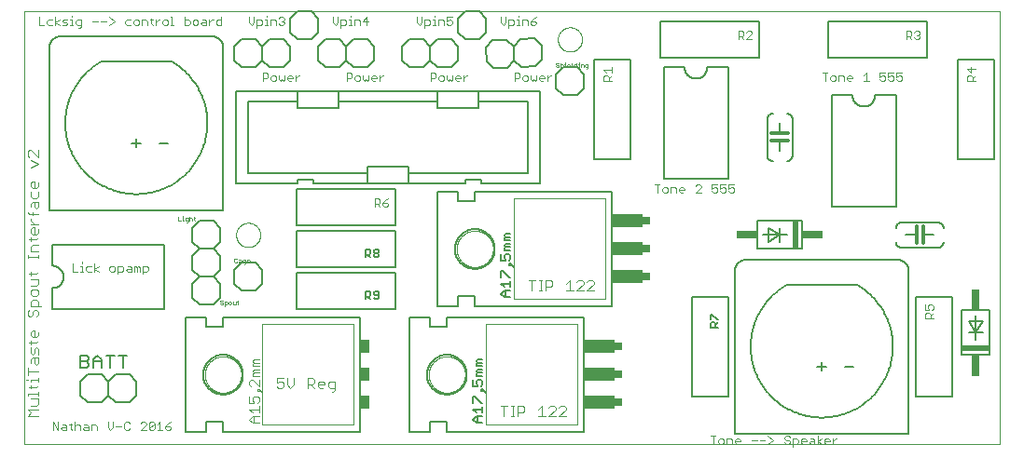
<source format=gto>
G75*
%MOIN*%
%OFA0B0*%
%FSLAX25Y25*%
%IPPOS*%
%LPD*%
%AMOC8*
5,1,8,0,0,1.08239X$1,22.5*
%
%ADD10C,0.00000*%
%ADD11C,0.00300*%
%ADD12C,0.00100*%
%ADD13C,0.00500*%
%ADD14C,0.00600*%
%ADD15C,0.00200*%
%ADD16C,0.00400*%
%ADD17R,0.03500X0.05000*%
%ADD18C,0.00800*%
%ADD19R,0.10000X0.02000*%
%ADD20R,0.03000X0.07500*%
%ADD21R,0.02000X0.10000*%
%ADD22R,0.07500X0.03000*%
%ADD23C,0.01200*%
%ADD24R,0.02500X0.03000*%
%ADD25R,0.11000X0.05000*%
D10*
X0001500Y0003000D02*
X0001500Y0157961D01*
X0350201Y0157961D01*
X0350201Y0003000D01*
X0001500Y0003000D01*
X0066000Y0028000D02*
X0066002Y0028161D01*
X0066008Y0028321D01*
X0066018Y0028482D01*
X0066032Y0028642D01*
X0066050Y0028802D01*
X0066071Y0028961D01*
X0066097Y0029120D01*
X0066127Y0029278D01*
X0066160Y0029435D01*
X0066198Y0029592D01*
X0066239Y0029747D01*
X0066284Y0029901D01*
X0066333Y0030054D01*
X0066386Y0030206D01*
X0066442Y0030357D01*
X0066503Y0030506D01*
X0066566Y0030654D01*
X0066634Y0030800D01*
X0066705Y0030944D01*
X0066779Y0031086D01*
X0066857Y0031227D01*
X0066939Y0031365D01*
X0067024Y0031502D01*
X0067112Y0031636D01*
X0067204Y0031768D01*
X0067299Y0031898D01*
X0067397Y0032026D01*
X0067498Y0032151D01*
X0067602Y0032273D01*
X0067709Y0032393D01*
X0067819Y0032510D01*
X0067932Y0032625D01*
X0068048Y0032736D01*
X0068167Y0032845D01*
X0068288Y0032950D01*
X0068412Y0033053D01*
X0068538Y0033153D01*
X0068666Y0033249D01*
X0068797Y0033342D01*
X0068931Y0033432D01*
X0069066Y0033519D01*
X0069204Y0033602D01*
X0069343Y0033682D01*
X0069485Y0033758D01*
X0069628Y0033831D01*
X0069773Y0033900D01*
X0069920Y0033966D01*
X0070068Y0034028D01*
X0070218Y0034086D01*
X0070369Y0034141D01*
X0070522Y0034192D01*
X0070676Y0034239D01*
X0070831Y0034282D01*
X0070987Y0034321D01*
X0071143Y0034357D01*
X0071301Y0034388D01*
X0071459Y0034416D01*
X0071618Y0034440D01*
X0071778Y0034460D01*
X0071938Y0034476D01*
X0072098Y0034488D01*
X0072259Y0034496D01*
X0072420Y0034500D01*
X0072580Y0034500D01*
X0072741Y0034496D01*
X0072902Y0034488D01*
X0073062Y0034476D01*
X0073222Y0034460D01*
X0073382Y0034440D01*
X0073541Y0034416D01*
X0073699Y0034388D01*
X0073857Y0034357D01*
X0074013Y0034321D01*
X0074169Y0034282D01*
X0074324Y0034239D01*
X0074478Y0034192D01*
X0074631Y0034141D01*
X0074782Y0034086D01*
X0074932Y0034028D01*
X0075080Y0033966D01*
X0075227Y0033900D01*
X0075372Y0033831D01*
X0075515Y0033758D01*
X0075657Y0033682D01*
X0075796Y0033602D01*
X0075934Y0033519D01*
X0076069Y0033432D01*
X0076203Y0033342D01*
X0076334Y0033249D01*
X0076462Y0033153D01*
X0076588Y0033053D01*
X0076712Y0032950D01*
X0076833Y0032845D01*
X0076952Y0032736D01*
X0077068Y0032625D01*
X0077181Y0032510D01*
X0077291Y0032393D01*
X0077398Y0032273D01*
X0077502Y0032151D01*
X0077603Y0032026D01*
X0077701Y0031898D01*
X0077796Y0031768D01*
X0077888Y0031636D01*
X0077976Y0031502D01*
X0078061Y0031365D01*
X0078143Y0031227D01*
X0078221Y0031086D01*
X0078295Y0030944D01*
X0078366Y0030800D01*
X0078434Y0030654D01*
X0078497Y0030506D01*
X0078558Y0030357D01*
X0078614Y0030206D01*
X0078667Y0030054D01*
X0078716Y0029901D01*
X0078761Y0029747D01*
X0078802Y0029592D01*
X0078840Y0029435D01*
X0078873Y0029278D01*
X0078903Y0029120D01*
X0078929Y0028961D01*
X0078950Y0028802D01*
X0078968Y0028642D01*
X0078982Y0028482D01*
X0078992Y0028321D01*
X0078998Y0028161D01*
X0079000Y0028000D01*
X0078998Y0027839D01*
X0078992Y0027679D01*
X0078982Y0027518D01*
X0078968Y0027358D01*
X0078950Y0027198D01*
X0078929Y0027039D01*
X0078903Y0026880D01*
X0078873Y0026722D01*
X0078840Y0026565D01*
X0078802Y0026408D01*
X0078761Y0026253D01*
X0078716Y0026099D01*
X0078667Y0025946D01*
X0078614Y0025794D01*
X0078558Y0025643D01*
X0078497Y0025494D01*
X0078434Y0025346D01*
X0078366Y0025200D01*
X0078295Y0025056D01*
X0078221Y0024914D01*
X0078143Y0024773D01*
X0078061Y0024635D01*
X0077976Y0024498D01*
X0077888Y0024364D01*
X0077796Y0024232D01*
X0077701Y0024102D01*
X0077603Y0023974D01*
X0077502Y0023849D01*
X0077398Y0023727D01*
X0077291Y0023607D01*
X0077181Y0023490D01*
X0077068Y0023375D01*
X0076952Y0023264D01*
X0076833Y0023155D01*
X0076712Y0023050D01*
X0076588Y0022947D01*
X0076462Y0022847D01*
X0076334Y0022751D01*
X0076203Y0022658D01*
X0076069Y0022568D01*
X0075934Y0022481D01*
X0075796Y0022398D01*
X0075657Y0022318D01*
X0075515Y0022242D01*
X0075372Y0022169D01*
X0075227Y0022100D01*
X0075080Y0022034D01*
X0074932Y0021972D01*
X0074782Y0021914D01*
X0074631Y0021859D01*
X0074478Y0021808D01*
X0074324Y0021761D01*
X0074169Y0021718D01*
X0074013Y0021679D01*
X0073857Y0021643D01*
X0073699Y0021612D01*
X0073541Y0021584D01*
X0073382Y0021560D01*
X0073222Y0021540D01*
X0073062Y0021524D01*
X0072902Y0021512D01*
X0072741Y0021504D01*
X0072580Y0021500D01*
X0072420Y0021500D01*
X0072259Y0021504D01*
X0072098Y0021512D01*
X0071938Y0021524D01*
X0071778Y0021540D01*
X0071618Y0021560D01*
X0071459Y0021584D01*
X0071301Y0021612D01*
X0071143Y0021643D01*
X0070987Y0021679D01*
X0070831Y0021718D01*
X0070676Y0021761D01*
X0070522Y0021808D01*
X0070369Y0021859D01*
X0070218Y0021914D01*
X0070068Y0021972D01*
X0069920Y0022034D01*
X0069773Y0022100D01*
X0069628Y0022169D01*
X0069485Y0022242D01*
X0069343Y0022318D01*
X0069204Y0022398D01*
X0069066Y0022481D01*
X0068931Y0022568D01*
X0068797Y0022658D01*
X0068666Y0022751D01*
X0068538Y0022847D01*
X0068412Y0022947D01*
X0068288Y0023050D01*
X0068167Y0023155D01*
X0068048Y0023264D01*
X0067932Y0023375D01*
X0067819Y0023490D01*
X0067709Y0023607D01*
X0067602Y0023727D01*
X0067498Y0023849D01*
X0067397Y0023974D01*
X0067299Y0024102D01*
X0067204Y0024232D01*
X0067112Y0024364D01*
X0067024Y0024498D01*
X0066939Y0024635D01*
X0066857Y0024773D01*
X0066779Y0024914D01*
X0066705Y0025056D01*
X0066634Y0025200D01*
X0066566Y0025346D01*
X0066503Y0025494D01*
X0066442Y0025643D01*
X0066386Y0025794D01*
X0066333Y0025946D01*
X0066284Y0026099D01*
X0066239Y0026253D01*
X0066198Y0026408D01*
X0066160Y0026565D01*
X0066127Y0026722D01*
X0066097Y0026880D01*
X0066071Y0027039D01*
X0066050Y0027198D01*
X0066032Y0027358D01*
X0066018Y0027518D01*
X0066008Y0027679D01*
X0066002Y0027839D01*
X0066000Y0028000D01*
X0146000Y0028000D02*
X0146002Y0028161D01*
X0146008Y0028321D01*
X0146018Y0028482D01*
X0146032Y0028642D01*
X0146050Y0028802D01*
X0146071Y0028961D01*
X0146097Y0029120D01*
X0146127Y0029278D01*
X0146160Y0029435D01*
X0146198Y0029592D01*
X0146239Y0029747D01*
X0146284Y0029901D01*
X0146333Y0030054D01*
X0146386Y0030206D01*
X0146442Y0030357D01*
X0146503Y0030506D01*
X0146566Y0030654D01*
X0146634Y0030800D01*
X0146705Y0030944D01*
X0146779Y0031086D01*
X0146857Y0031227D01*
X0146939Y0031365D01*
X0147024Y0031502D01*
X0147112Y0031636D01*
X0147204Y0031768D01*
X0147299Y0031898D01*
X0147397Y0032026D01*
X0147498Y0032151D01*
X0147602Y0032273D01*
X0147709Y0032393D01*
X0147819Y0032510D01*
X0147932Y0032625D01*
X0148048Y0032736D01*
X0148167Y0032845D01*
X0148288Y0032950D01*
X0148412Y0033053D01*
X0148538Y0033153D01*
X0148666Y0033249D01*
X0148797Y0033342D01*
X0148931Y0033432D01*
X0149066Y0033519D01*
X0149204Y0033602D01*
X0149343Y0033682D01*
X0149485Y0033758D01*
X0149628Y0033831D01*
X0149773Y0033900D01*
X0149920Y0033966D01*
X0150068Y0034028D01*
X0150218Y0034086D01*
X0150369Y0034141D01*
X0150522Y0034192D01*
X0150676Y0034239D01*
X0150831Y0034282D01*
X0150987Y0034321D01*
X0151143Y0034357D01*
X0151301Y0034388D01*
X0151459Y0034416D01*
X0151618Y0034440D01*
X0151778Y0034460D01*
X0151938Y0034476D01*
X0152098Y0034488D01*
X0152259Y0034496D01*
X0152420Y0034500D01*
X0152580Y0034500D01*
X0152741Y0034496D01*
X0152902Y0034488D01*
X0153062Y0034476D01*
X0153222Y0034460D01*
X0153382Y0034440D01*
X0153541Y0034416D01*
X0153699Y0034388D01*
X0153857Y0034357D01*
X0154013Y0034321D01*
X0154169Y0034282D01*
X0154324Y0034239D01*
X0154478Y0034192D01*
X0154631Y0034141D01*
X0154782Y0034086D01*
X0154932Y0034028D01*
X0155080Y0033966D01*
X0155227Y0033900D01*
X0155372Y0033831D01*
X0155515Y0033758D01*
X0155657Y0033682D01*
X0155796Y0033602D01*
X0155934Y0033519D01*
X0156069Y0033432D01*
X0156203Y0033342D01*
X0156334Y0033249D01*
X0156462Y0033153D01*
X0156588Y0033053D01*
X0156712Y0032950D01*
X0156833Y0032845D01*
X0156952Y0032736D01*
X0157068Y0032625D01*
X0157181Y0032510D01*
X0157291Y0032393D01*
X0157398Y0032273D01*
X0157502Y0032151D01*
X0157603Y0032026D01*
X0157701Y0031898D01*
X0157796Y0031768D01*
X0157888Y0031636D01*
X0157976Y0031502D01*
X0158061Y0031365D01*
X0158143Y0031227D01*
X0158221Y0031086D01*
X0158295Y0030944D01*
X0158366Y0030800D01*
X0158434Y0030654D01*
X0158497Y0030506D01*
X0158558Y0030357D01*
X0158614Y0030206D01*
X0158667Y0030054D01*
X0158716Y0029901D01*
X0158761Y0029747D01*
X0158802Y0029592D01*
X0158840Y0029435D01*
X0158873Y0029278D01*
X0158903Y0029120D01*
X0158929Y0028961D01*
X0158950Y0028802D01*
X0158968Y0028642D01*
X0158982Y0028482D01*
X0158992Y0028321D01*
X0158998Y0028161D01*
X0159000Y0028000D01*
X0158998Y0027839D01*
X0158992Y0027679D01*
X0158982Y0027518D01*
X0158968Y0027358D01*
X0158950Y0027198D01*
X0158929Y0027039D01*
X0158903Y0026880D01*
X0158873Y0026722D01*
X0158840Y0026565D01*
X0158802Y0026408D01*
X0158761Y0026253D01*
X0158716Y0026099D01*
X0158667Y0025946D01*
X0158614Y0025794D01*
X0158558Y0025643D01*
X0158497Y0025494D01*
X0158434Y0025346D01*
X0158366Y0025200D01*
X0158295Y0025056D01*
X0158221Y0024914D01*
X0158143Y0024773D01*
X0158061Y0024635D01*
X0157976Y0024498D01*
X0157888Y0024364D01*
X0157796Y0024232D01*
X0157701Y0024102D01*
X0157603Y0023974D01*
X0157502Y0023849D01*
X0157398Y0023727D01*
X0157291Y0023607D01*
X0157181Y0023490D01*
X0157068Y0023375D01*
X0156952Y0023264D01*
X0156833Y0023155D01*
X0156712Y0023050D01*
X0156588Y0022947D01*
X0156462Y0022847D01*
X0156334Y0022751D01*
X0156203Y0022658D01*
X0156069Y0022568D01*
X0155934Y0022481D01*
X0155796Y0022398D01*
X0155657Y0022318D01*
X0155515Y0022242D01*
X0155372Y0022169D01*
X0155227Y0022100D01*
X0155080Y0022034D01*
X0154932Y0021972D01*
X0154782Y0021914D01*
X0154631Y0021859D01*
X0154478Y0021808D01*
X0154324Y0021761D01*
X0154169Y0021718D01*
X0154013Y0021679D01*
X0153857Y0021643D01*
X0153699Y0021612D01*
X0153541Y0021584D01*
X0153382Y0021560D01*
X0153222Y0021540D01*
X0153062Y0021524D01*
X0152902Y0021512D01*
X0152741Y0021504D01*
X0152580Y0021500D01*
X0152420Y0021500D01*
X0152259Y0021504D01*
X0152098Y0021512D01*
X0151938Y0021524D01*
X0151778Y0021540D01*
X0151618Y0021560D01*
X0151459Y0021584D01*
X0151301Y0021612D01*
X0151143Y0021643D01*
X0150987Y0021679D01*
X0150831Y0021718D01*
X0150676Y0021761D01*
X0150522Y0021808D01*
X0150369Y0021859D01*
X0150218Y0021914D01*
X0150068Y0021972D01*
X0149920Y0022034D01*
X0149773Y0022100D01*
X0149628Y0022169D01*
X0149485Y0022242D01*
X0149343Y0022318D01*
X0149204Y0022398D01*
X0149066Y0022481D01*
X0148931Y0022568D01*
X0148797Y0022658D01*
X0148666Y0022751D01*
X0148538Y0022847D01*
X0148412Y0022947D01*
X0148288Y0023050D01*
X0148167Y0023155D01*
X0148048Y0023264D01*
X0147932Y0023375D01*
X0147819Y0023490D01*
X0147709Y0023607D01*
X0147602Y0023727D01*
X0147498Y0023849D01*
X0147397Y0023974D01*
X0147299Y0024102D01*
X0147204Y0024232D01*
X0147112Y0024364D01*
X0147024Y0024498D01*
X0146939Y0024635D01*
X0146857Y0024773D01*
X0146779Y0024914D01*
X0146705Y0025056D01*
X0146634Y0025200D01*
X0146566Y0025346D01*
X0146503Y0025494D01*
X0146442Y0025643D01*
X0146386Y0025794D01*
X0146333Y0025946D01*
X0146284Y0026099D01*
X0146239Y0026253D01*
X0146198Y0026408D01*
X0146160Y0026565D01*
X0146127Y0026722D01*
X0146097Y0026880D01*
X0146071Y0027039D01*
X0146050Y0027198D01*
X0146032Y0027358D01*
X0146018Y0027518D01*
X0146008Y0027679D01*
X0146002Y0027839D01*
X0146000Y0028000D01*
X0156000Y0073000D02*
X0156002Y0073161D01*
X0156008Y0073321D01*
X0156018Y0073482D01*
X0156032Y0073642D01*
X0156050Y0073802D01*
X0156071Y0073961D01*
X0156097Y0074120D01*
X0156127Y0074278D01*
X0156160Y0074435D01*
X0156198Y0074592D01*
X0156239Y0074747D01*
X0156284Y0074901D01*
X0156333Y0075054D01*
X0156386Y0075206D01*
X0156442Y0075357D01*
X0156503Y0075506D01*
X0156566Y0075654D01*
X0156634Y0075800D01*
X0156705Y0075944D01*
X0156779Y0076086D01*
X0156857Y0076227D01*
X0156939Y0076365D01*
X0157024Y0076502D01*
X0157112Y0076636D01*
X0157204Y0076768D01*
X0157299Y0076898D01*
X0157397Y0077026D01*
X0157498Y0077151D01*
X0157602Y0077273D01*
X0157709Y0077393D01*
X0157819Y0077510D01*
X0157932Y0077625D01*
X0158048Y0077736D01*
X0158167Y0077845D01*
X0158288Y0077950D01*
X0158412Y0078053D01*
X0158538Y0078153D01*
X0158666Y0078249D01*
X0158797Y0078342D01*
X0158931Y0078432D01*
X0159066Y0078519D01*
X0159204Y0078602D01*
X0159343Y0078682D01*
X0159485Y0078758D01*
X0159628Y0078831D01*
X0159773Y0078900D01*
X0159920Y0078966D01*
X0160068Y0079028D01*
X0160218Y0079086D01*
X0160369Y0079141D01*
X0160522Y0079192D01*
X0160676Y0079239D01*
X0160831Y0079282D01*
X0160987Y0079321D01*
X0161143Y0079357D01*
X0161301Y0079388D01*
X0161459Y0079416D01*
X0161618Y0079440D01*
X0161778Y0079460D01*
X0161938Y0079476D01*
X0162098Y0079488D01*
X0162259Y0079496D01*
X0162420Y0079500D01*
X0162580Y0079500D01*
X0162741Y0079496D01*
X0162902Y0079488D01*
X0163062Y0079476D01*
X0163222Y0079460D01*
X0163382Y0079440D01*
X0163541Y0079416D01*
X0163699Y0079388D01*
X0163857Y0079357D01*
X0164013Y0079321D01*
X0164169Y0079282D01*
X0164324Y0079239D01*
X0164478Y0079192D01*
X0164631Y0079141D01*
X0164782Y0079086D01*
X0164932Y0079028D01*
X0165080Y0078966D01*
X0165227Y0078900D01*
X0165372Y0078831D01*
X0165515Y0078758D01*
X0165657Y0078682D01*
X0165796Y0078602D01*
X0165934Y0078519D01*
X0166069Y0078432D01*
X0166203Y0078342D01*
X0166334Y0078249D01*
X0166462Y0078153D01*
X0166588Y0078053D01*
X0166712Y0077950D01*
X0166833Y0077845D01*
X0166952Y0077736D01*
X0167068Y0077625D01*
X0167181Y0077510D01*
X0167291Y0077393D01*
X0167398Y0077273D01*
X0167502Y0077151D01*
X0167603Y0077026D01*
X0167701Y0076898D01*
X0167796Y0076768D01*
X0167888Y0076636D01*
X0167976Y0076502D01*
X0168061Y0076365D01*
X0168143Y0076227D01*
X0168221Y0076086D01*
X0168295Y0075944D01*
X0168366Y0075800D01*
X0168434Y0075654D01*
X0168497Y0075506D01*
X0168558Y0075357D01*
X0168614Y0075206D01*
X0168667Y0075054D01*
X0168716Y0074901D01*
X0168761Y0074747D01*
X0168802Y0074592D01*
X0168840Y0074435D01*
X0168873Y0074278D01*
X0168903Y0074120D01*
X0168929Y0073961D01*
X0168950Y0073802D01*
X0168968Y0073642D01*
X0168982Y0073482D01*
X0168992Y0073321D01*
X0168998Y0073161D01*
X0169000Y0073000D01*
X0168998Y0072839D01*
X0168992Y0072679D01*
X0168982Y0072518D01*
X0168968Y0072358D01*
X0168950Y0072198D01*
X0168929Y0072039D01*
X0168903Y0071880D01*
X0168873Y0071722D01*
X0168840Y0071565D01*
X0168802Y0071408D01*
X0168761Y0071253D01*
X0168716Y0071099D01*
X0168667Y0070946D01*
X0168614Y0070794D01*
X0168558Y0070643D01*
X0168497Y0070494D01*
X0168434Y0070346D01*
X0168366Y0070200D01*
X0168295Y0070056D01*
X0168221Y0069914D01*
X0168143Y0069773D01*
X0168061Y0069635D01*
X0167976Y0069498D01*
X0167888Y0069364D01*
X0167796Y0069232D01*
X0167701Y0069102D01*
X0167603Y0068974D01*
X0167502Y0068849D01*
X0167398Y0068727D01*
X0167291Y0068607D01*
X0167181Y0068490D01*
X0167068Y0068375D01*
X0166952Y0068264D01*
X0166833Y0068155D01*
X0166712Y0068050D01*
X0166588Y0067947D01*
X0166462Y0067847D01*
X0166334Y0067751D01*
X0166203Y0067658D01*
X0166069Y0067568D01*
X0165934Y0067481D01*
X0165796Y0067398D01*
X0165657Y0067318D01*
X0165515Y0067242D01*
X0165372Y0067169D01*
X0165227Y0067100D01*
X0165080Y0067034D01*
X0164932Y0066972D01*
X0164782Y0066914D01*
X0164631Y0066859D01*
X0164478Y0066808D01*
X0164324Y0066761D01*
X0164169Y0066718D01*
X0164013Y0066679D01*
X0163857Y0066643D01*
X0163699Y0066612D01*
X0163541Y0066584D01*
X0163382Y0066560D01*
X0163222Y0066540D01*
X0163062Y0066524D01*
X0162902Y0066512D01*
X0162741Y0066504D01*
X0162580Y0066500D01*
X0162420Y0066500D01*
X0162259Y0066504D01*
X0162098Y0066512D01*
X0161938Y0066524D01*
X0161778Y0066540D01*
X0161618Y0066560D01*
X0161459Y0066584D01*
X0161301Y0066612D01*
X0161143Y0066643D01*
X0160987Y0066679D01*
X0160831Y0066718D01*
X0160676Y0066761D01*
X0160522Y0066808D01*
X0160369Y0066859D01*
X0160218Y0066914D01*
X0160068Y0066972D01*
X0159920Y0067034D01*
X0159773Y0067100D01*
X0159628Y0067169D01*
X0159485Y0067242D01*
X0159343Y0067318D01*
X0159204Y0067398D01*
X0159066Y0067481D01*
X0158931Y0067568D01*
X0158797Y0067658D01*
X0158666Y0067751D01*
X0158538Y0067847D01*
X0158412Y0067947D01*
X0158288Y0068050D01*
X0158167Y0068155D01*
X0158048Y0068264D01*
X0157932Y0068375D01*
X0157819Y0068490D01*
X0157709Y0068607D01*
X0157602Y0068727D01*
X0157498Y0068849D01*
X0157397Y0068974D01*
X0157299Y0069102D01*
X0157204Y0069232D01*
X0157112Y0069364D01*
X0157024Y0069498D01*
X0156939Y0069635D01*
X0156857Y0069773D01*
X0156779Y0069914D01*
X0156705Y0070056D01*
X0156634Y0070200D01*
X0156566Y0070346D01*
X0156503Y0070494D01*
X0156442Y0070643D01*
X0156386Y0070794D01*
X0156333Y0070946D01*
X0156284Y0071099D01*
X0156239Y0071253D01*
X0156198Y0071408D01*
X0156160Y0071565D01*
X0156127Y0071722D01*
X0156097Y0071880D01*
X0156071Y0072039D01*
X0156050Y0072198D01*
X0156032Y0072358D01*
X0156018Y0072518D01*
X0156008Y0072679D01*
X0156002Y0072839D01*
X0156000Y0073000D01*
X0077169Y0078000D02*
X0077171Y0078131D01*
X0077177Y0078263D01*
X0077187Y0078394D01*
X0077201Y0078525D01*
X0077219Y0078655D01*
X0077241Y0078784D01*
X0077266Y0078913D01*
X0077296Y0079041D01*
X0077330Y0079168D01*
X0077367Y0079295D01*
X0077408Y0079419D01*
X0077453Y0079543D01*
X0077502Y0079665D01*
X0077554Y0079786D01*
X0077610Y0079904D01*
X0077670Y0080022D01*
X0077733Y0080137D01*
X0077800Y0080250D01*
X0077870Y0080362D01*
X0077943Y0080471D01*
X0078019Y0080577D01*
X0078099Y0080682D01*
X0078182Y0080784D01*
X0078268Y0080883D01*
X0078357Y0080980D01*
X0078449Y0081074D01*
X0078544Y0081165D01*
X0078641Y0081254D01*
X0078741Y0081339D01*
X0078844Y0081421D01*
X0078949Y0081500D01*
X0079056Y0081576D01*
X0079166Y0081648D01*
X0079278Y0081717D01*
X0079392Y0081783D01*
X0079507Y0081845D01*
X0079625Y0081904D01*
X0079744Y0081959D01*
X0079865Y0082011D01*
X0079988Y0082058D01*
X0080112Y0082102D01*
X0080237Y0082143D01*
X0080363Y0082179D01*
X0080491Y0082212D01*
X0080619Y0082240D01*
X0080748Y0082265D01*
X0080878Y0082286D01*
X0081008Y0082303D01*
X0081139Y0082316D01*
X0081270Y0082325D01*
X0081401Y0082330D01*
X0081533Y0082331D01*
X0081664Y0082328D01*
X0081796Y0082321D01*
X0081927Y0082310D01*
X0082057Y0082295D01*
X0082187Y0082276D01*
X0082317Y0082253D01*
X0082445Y0082227D01*
X0082573Y0082196D01*
X0082700Y0082161D01*
X0082826Y0082123D01*
X0082950Y0082081D01*
X0083074Y0082035D01*
X0083195Y0081985D01*
X0083315Y0081932D01*
X0083434Y0081875D01*
X0083551Y0081815D01*
X0083665Y0081751D01*
X0083778Y0081683D01*
X0083889Y0081612D01*
X0083998Y0081538D01*
X0084104Y0081461D01*
X0084208Y0081380D01*
X0084309Y0081297D01*
X0084408Y0081210D01*
X0084504Y0081120D01*
X0084597Y0081027D01*
X0084688Y0080932D01*
X0084775Y0080834D01*
X0084860Y0080733D01*
X0084941Y0080630D01*
X0085019Y0080524D01*
X0085094Y0080416D01*
X0085166Y0080306D01*
X0085234Y0080194D01*
X0085299Y0080080D01*
X0085360Y0079963D01*
X0085418Y0079845D01*
X0085472Y0079725D01*
X0085523Y0079604D01*
X0085570Y0079481D01*
X0085613Y0079357D01*
X0085652Y0079232D01*
X0085688Y0079105D01*
X0085719Y0078977D01*
X0085747Y0078849D01*
X0085771Y0078720D01*
X0085791Y0078590D01*
X0085807Y0078459D01*
X0085819Y0078328D01*
X0085827Y0078197D01*
X0085831Y0078066D01*
X0085831Y0077934D01*
X0085827Y0077803D01*
X0085819Y0077672D01*
X0085807Y0077541D01*
X0085791Y0077410D01*
X0085771Y0077280D01*
X0085747Y0077151D01*
X0085719Y0077023D01*
X0085688Y0076895D01*
X0085652Y0076768D01*
X0085613Y0076643D01*
X0085570Y0076519D01*
X0085523Y0076396D01*
X0085472Y0076275D01*
X0085418Y0076155D01*
X0085360Y0076037D01*
X0085299Y0075920D01*
X0085234Y0075806D01*
X0085166Y0075694D01*
X0085094Y0075584D01*
X0085019Y0075476D01*
X0084941Y0075370D01*
X0084860Y0075267D01*
X0084775Y0075166D01*
X0084688Y0075068D01*
X0084597Y0074973D01*
X0084504Y0074880D01*
X0084408Y0074790D01*
X0084309Y0074703D01*
X0084208Y0074620D01*
X0084104Y0074539D01*
X0083998Y0074462D01*
X0083889Y0074388D01*
X0083778Y0074317D01*
X0083666Y0074249D01*
X0083551Y0074185D01*
X0083434Y0074125D01*
X0083315Y0074068D01*
X0083195Y0074015D01*
X0083074Y0073965D01*
X0082950Y0073919D01*
X0082826Y0073877D01*
X0082700Y0073839D01*
X0082573Y0073804D01*
X0082445Y0073773D01*
X0082317Y0073747D01*
X0082187Y0073724D01*
X0082057Y0073705D01*
X0081927Y0073690D01*
X0081796Y0073679D01*
X0081664Y0073672D01*
X0081533Y0073669D01*
X0081401Y0073670D01*
X0081270Y0073675D01*
X0081139Y0073684D01*
X0081008Y0073697D01*
X0080878Y0073714D01*
X0080748Y0073735D01*
X0080619Y0073760D01*
X0080491Y0073788D01*
X0080363Y0073821D01*
X0080237Y0073857D01*
X0080112Y0073898D01*
X0079988Y0073942D01*
X0079865Y0073989D01*
X0079744Y0074041D01*
X0079625Y0074096D01*
X0079507Y0074155D01*
X0079392Y0074217D01*
X0079278Y0074283D01*
X0079166Y0074352D01*
X0079056Y0074424D01*
X0078949Y0074500D01*
X0078844Y0074579D01*
X0078741Y0074661D01*
X0078641Y0074746D01*
X0078544Y0074835D01*
X0078449Y0074926D01*
X0078357Y0075020D01*
X0078268Y0075117D01*
X0078182Y0075216D01*
X0078099Y0075318D01*
X0078019Y0075423D01*
X0077943Y0075529D01*
X0077870Y0075638D01*
X0077800Y0075750D01*
X0077733Y0075863D01*
X0077670Y0075978D01*
X0077610Y0076096D01*
X0077554Y0076214D01*
X0077502Y0076335D01*
X0077453Y0076457D01*
X0077408Y0076581D01*
X0077367Y0076705D01*
X0077330Y0076832D01*
X0077296Y0076959D01*
X0077266Y0077087D01*
X0077241Y0077216D01*
X0077219Y0077345D01*
X0077201Y0077475D01*
X0077187Y0077606D01*
X0077177Y0077737D01*
X0077171Y0077869D01*
X0077169Y0078000D01*
X0192169Y0148000D02*
X0192171Y0148131D01*
X0192177Y0148263D01*
X0192187Y0148394D01*
X0192201Y0148525D01*
X0192219Y0148655D01*
X0192241Y0148784D01*
X0192266Y0148913D01*
X0192296Y0149041D01*
X0192330Y0149168D01*
X0192367Y0149295D01*
X0192408Y0149419D01*
X0192453Y0149543D01*
X0192502Y0149665D01*
X0192554Y0149786D01*
X0192610Y0149904D01*
X0192670Y0150022D01*
X0192733Y0150137D01*
X0192800Y0150250D01*
X0192870Y0150362D01*
X0192943Y0150471D01*
X0193019Y0150577D01*
X0193099Y0150682D01*
X0193182Y0150784D01*
X0193268Y0150883D01*
X0193357Y0150980D01*
X0193449Y0151074D01*
X0193544Y0151165D01*
X0193641Y0151254D01*
X0193741Y0151339D01*
X0193844Y0151421D01*
X0193949Y0151500D01*
X0194056Y0151576D01*
X0194166Y0151648D01*
X0194278Y0151717D01*
X0194392Y0151783D01*
X0194507Y0151845D01*
X0194625Y0151904D01*
X0194744Y0151959D01*
X0194865Y0152011D01*
X0194988Y0152058D01*
X0195112Y0152102D01*
X0195237Y0152143D01*
X0195363Y0152179D01*
X0195491Y0152212D01*
X0195619Y0152240D01*
X0195748Y0152265D01*
X0195878Y0152286D01*
X0196008Y0152303D01*
X0196139Y0152316D01*
X0196270Y0152325D01*
X0196401Y0152330D01*
X0196533Y0152331D01*
X0196664Y0152328D01*
X0196796Y0152321D01*
X0196927Y0152310D01*
X0197057Y0152295D01*
X0197187Y0152276D01*
X0197317Y0152253D01*
X0197445Y0152227D01*
X0197573Y0152196D01*
X0197700Y0152161D01*
X0197826Y0152123D01*
X0197950Y0152081D01*
X0198074Y0152035D01*
X0198195Y0151985D01*
X0198315Y0151932D01*
X0198434Y0151875D01*
X0198551Y0151815D01*
X0198665Y0151751D01*
X0198778Y0151683D01*
X0198889Y0151612D01*
X0198998Y0151538D01*
X0199104Y0151461D01*
X0199208Y0151380D01*
X0199309Y0151297D01*
X0199408Y0151210D01*
X0199504Y0151120D01*
X0199597Y0151027D01*
X0199688Y0150932D01*
X0199775Y0150834D01*
X0199860Y0150733D01*
X0199941Y0150630D01*
X0200019Y0150524D01*
X0200094Y0150416D01*
X0200166Y0150306D01*
X0200234Y0150194D01*
X0200299Y0150080D01*
X0200360Y0149963D01*
X0200418Y0149845D01*
X0200472Y0149725D01*
X0200523Y0149604D01*
X0200570Y0149481D01*
X0200613Y0149357D01*
X0200652Y0149232D01*
X0200688Y0149105D01*
X0200719Y0148977D01*
X0200747Y0148849D01*
X0200771Y0148720D01*
X0200791Y0148590D01*
X0200807Y0148459D01*
X0200819Y0148328D01*
X0200827Y0148197D01*
X0200831Y0148066D01*
X0200831Y0147934D01*
X0200827Y0147803D01*
X0200819Y0147672D01*
X0200807Y0147541D01*
X0200791Y0147410D01*
X0200771Y0147280D01*
X0200747Y0147151D01*
X0200719Y0147023D01*
X0200688Y0146895D01*
X0200652Y0146768D01*
X0200613Y0146643D01*
X0200570Y0146519D01*
X0200523Y0146396D01*
X0200472Y0146275D01*
X0200418Y0146155D01*
X0200360Y0146037D01*
X0200299Y0145920D01*
X0200234Y0145806D01*
X0200166Y0145694D01*
X0200094Y0145584D01*
X0200019Y0145476D01*
X0199941Y0145370D01*
X0199860Y0145267D01*
X0199775Y0145166D01*
X0199688Y0145068D01*
X0199597Y0144973D01*
X0199504Y0144880D01*
X0199408Y0144790D01*
X0199309Y0144703D01*
X0199208Y0144620D01*
X0199104Y0144539D01*
X0198998Y0144462D01*
X0198889Y0144388D01*
X0198778Y0144317D01*
X0198666Y0144249D01*
X0198551Y0144185D01*
X0198434Y0144125D01*
X0198315Y0144068D01*
X0198195Y0144015D01*
X0198074Y0143965D01*
X0197950Y0143919D01*
X0197826Y0143877D01*
X0197700Y0143839D01*
X0197573Y0143804D01*
X0197445Y0143773D01*
X0197317Y0143747D01*
X0197187Y0143724D01*
X0197057Y0143705D01*
X0196927Y0143690D01*
X0196796Y0143679D01*
X0196664Y0143672D01*
X0196533Y0143669D01*
X0196401Y0143670D01*
X0196270Y0143675D01*
X0196139Y0143684D01*
X0196008Y0143697D01*
X0195878Y0143714D01*
X0195748Y0143735D01*
X0195619Y0143760D01*
X0195491Y0143788D01*
X0195363Y0143821D01*
X0195237Y0143857D01*
X0195112Y0143898D01*
X0194988Y0143942D01*
X0194865Y0143989D01*
X0194744Y0144041D01*
X0194625Y0144096D01*
X0194507Y0144155D01*
X0194392Y0144217D01*
X0194278Y0144283D01*
X0194166Y0144352D01*
X0194056Y0144424D01*
X0193949Y0144500D01*
X0193844Y0144579D01*
X0193741Y0144661D01*
X0193641Y0144746D01*
X0193544Y0144835D01*
X0193449Y0144926D01*
X0193357Y0145020D01*
X0193268Y0145117D01*
X0193182Y0145216D01*
X0193099Y0145318D01*
X0193019Y0145423D01*
X0192943Y0145529D01*
X0192870Y0145638D01*
X0192800Y0145750D01*
X0192733Y0145863D01*
X0192670Y0145978D01*
X0192610Y0146096D01*
X0192554Y0146214D01*
X0192502Y0146335D01*
X0192453Y0146457D01*
X0192408Y0146581D01*
X0192367Y0146705D01*
X0192330Y0146832D01*
X0192296Y0146959D01*
X0192266Y0147087D01*
X0192241Y0147216D01*
X0192219Y0147345D01*
X0192201Y0147475D01*
X0192187Y0147606D01*
X0192177Y0147737D01*
X0192171Y0147869D01*
X0192169Y0148000D01*
D11*
X0184389Y0153634D02*
X0184389Y0154117D01*
X0183905Y0154601D01*
X0182454Y0154601D01*
X0182454Y0153634D01*
X0182938Y0153150D01*
X0183905Y0153150D01*
X0184389Y0153634D01*
X0183421Y0155569D02*
X0182454Y0154601D01*
X0181442Y0154601D02*
X0181442Y0153150D01*
X0181442Y0154601D02*
X0180959Y0155085D01*
X0179507Y0155085D01*
X0179507Y0153150D01*
X0178511Y0153150D02*
X0177543Y0153150D01*
X0178027Y0153150D02*
X0178027Y0155085D01*
X0177543Y0155085D01*
X0178027Y0156052D02*
X0178027Y0156536D01*
X0176531Y0154601D02*
X0176048Y0155085D01*
X0174597Y0155085D01*
X0174597Y0152183D01*
X0174597Y0153150D02*
X0176048Y0153150D01*
X0176531Y0153634D01*
X0176531Y0154601D01*
X0173585Y0154117D02*
X0173585Y0156052D01*
X0173585Y0154117D02*
X0172617Y0153150D01*
X0171650Y0154117D01*
X0171650Y0156052D01*
X0183421Y0155569D02*
X0184389Y0156052D01*
X0154389Y0156052D02*
X0152454Y0156052D01*
X0152454Y0154601D01*
X0153421Y0155085D01*
X0153905Y0155085D01*
X0154389Y0154601D01*
X0154389Y0153634D01*
X0153905Y0153150D01*
X0152938Y0153150D01*
X0152454Y0153634D01*
X0151442Y0153150D02*
X0151442Y0154601D01*
X0150959Y0155085D01*
X0149507Y0155085D01*
X0149507Y0153150D01*
X0148511Y0153150D02*
X0147543Y0153150D01*
X0148027Y0153150D02*
X0148027Y0155085D01*
X0147543Y0155085D01*
X0148027Y0156052D02*
X0148027Y0156536D01*
X0146531Y0154601D02*
X0146048Y0155085D01*
X0144597Y0155085D01*
X0144597Y0152183D01*
X0144597Y0153150D02*
X0146048Y0153150D01*
X0146531Y0153634D01*
X0146531Y0154601D01*
X0143585Y0154117D02*
X0143585Y0156052D01*
X0143585Y0154117D02*
X0142617Y0153150D01*
X0141650Y0154117D01*
X0141650Y0156052D01*
X0124389Y0154601D02*
X0122454Y0154601D01*
X0123905Y0156052D01*
X0123905Y0153150D01*
X0121442Y0153150D02*
X0121442Y0154601D01*
X0120959Y0155085D01*
X0119507Y0155085D01*
X0119507Y0153150D01*
X0118511Y0153150D02*
X0117543Y0153150D01*
X0118027Y0153150D02*
X0118027Y0155085D01*
X0117543Y0155085D01*
X0118027Y0156052D02*
X0118027Y0156536D01*
X0116531Y0154601D02*
X0116048Y0155085D01*
X0114597Y0155085D01*
X0114597Y0152183D01*
X0114597Y0153150D02*
X0116048Y0153150D01*
X0116531Y0153634D01*
X0116531Y0154601D01*
X0113585Y0154117D02*
X0113585Y0156052D01*
X0113585Y0154117D02*
X0112617Y0153150D01*
X0111650Y0154117D01*
X0111650Y0156052D01*
X0094389Y0155569D02*
X0094389Y0155085D01*
X0093905Y0154601D01*
X0094389Y0154117D01*
X0094389Y0153634D01*
X0093905Y0153150D01*
X0092938Y0153150D01*
X0092454Y0153634D01*
X0091442Y0153150D02*
X0091442Y0154601D01*
X0090959Y0155085D01*
X0089507Y0155085D01*
X0089507Y0153150D01*
X0088511Y0153150D02*
X0087543Y0153150D01*
X0088027Y0153150D02*
X0088027Y0155085D01*
X0087543Y0155085D01*
X0088027Y0156052D02*
X0088027Y0156536D01*
X0086531Y0154601D02*
X0086048Y0155085D01*
X0084597Y0155085D01*
X0084597Y0152183D01*
X0084597Y0153150D02*
X0086048Y0153150D01*
X0086531Y0153634D01*
X0086531Y0154601D01*
X0083585Y0154117D02*
X0083585Y0156052D01*
X0083585Y0154117D02*
X0082617Y0153150D01*
X0081650Y0154117D01*
X0081650Y0156052D01*
X0071935Y0156052D02*
X0071935Y0153150D01*
X0070484Y0153150D01*
X0070000Y0153634D01*
X0070000Y0154601D01*
X0070484Y0155085D01*
X0071935Y0155085D01*
X0068996Y0155085D02*
X0068512Y0155085D01*
X0067545Y0154117D01*
X0067545Y0153150D02*
X0067545Y0155085D01*
X0066533Y0154601D02*
X0066533Y0153150D01*
X0065082Y0153150D01*
X0064598Y0153634D01*
X0065082Y0154117D01*
X0066533Y0154117D01*
X0066533Y0154601D02*
X0066049Y0155085D01*
X0065082Y0155085D01*
X0063587Y0154601D02*
X0063103Y0155085D01*
X0062135Y0155085D01*
X0061652Y0154601D01*
X0061652Y0153634D01*
X0062135Y0153150D01*
X0063103Y0153150D01*
X0063587Y0153634D01*
X0063587Y0154601D01*
X0060640Y0154601D02*
X0060156Y0155085D01*
X0058705Y0155085D01*
X0058705Y0156052D02*
X0058705Y0153150D01*
X0060156Y0153150D01*
X0060640Y0153634D01*
X0060640Y0154601D01*
X0054762Y0153150D02*
X0053794Y0153150D01*
X0054278Y0153150D02*
X0054278Y0156052D01*
X0053794Y0156052D01*
X0052783Y0154601D02*
X0052299Y0155085D01*
X0051331Y0155085D01*
X0050848Y0154601D01*
X0050848Y0153634D01*
X0051331Y0153150D01*
X0052299Y0153150D01*
X0052783Y0153634D01*
X0052783Y0154601D01*
X0049844Y0155085D02*
X0049360Y0155085D01*
X0048392Y0154117D01*
X0048392Y0153150D02*
X0048392Y0155085D01*
X0047395Y0155085D02*
X0046428Y0155085D01*
X0046912Y0155569D02*
X0046912Y0153634D01*
X0047395Y0153150D01*
X0045416Y0153150D02*
X0045416Y0154601D01*
X0044933Y0155085D01*
X0043481Y0155085D01*
X0043481Y0153150D01*
X0042470Y0153634D02*
X0042470Y0154601D01*
X0041986Y0155085D01*
X0041019Y0155085D01*
X0040535Y0154601D01*
X0040535Y0153634D01*
X0041019Y0153150D01*
X0041986Y0153150D01*
X0042470Y0153634D01*
X0039523Y0153150D02*
X0038072Y0153150D01*
X0037588Y0153634D01*
X0037588Y0154601D01*
X0038072Y0155085D01*
X0039523Y0155085D01*
X0033630Y0154601D02*
X0031695Y0153150D01*
X0030684Y0154601D02*
X0028749Y0154601D01*
X0027737Y0154601D02*
X0025802Y0154601D01*
X0021844Y0155085D02*
X0021844Y0152666D01*
X0021361Y0152183D01*
X0020877Y0152183D01*
X0020393Y0153150D02*
X0021844Y0153150D01*
X0020393Y0153150D02*
X0019909Y0153634D01*
X0019909Y0154601D01*
X0020393Y0155085D01*
X0021844Y0155085D01*
X0018429Y0155085D02*
X0018429Y0153150D01*
X0018912Y0153150D02*
X0017945Y0153150D01*
X0016933Y0153634D02*
X0016450Y0154117D01*
X0015482Y0154117D01*
X0014998Y0154601D01*
X0015482Y0155085D01*
X0016933Y0155085D01*
X0017945Y0155085D02*
X0018429Y0155085D01*
X0018429Y0156052D02*
X0018429Y0156536D01*
X0016933Y0153634D02*
X0016450Y0153150D01*
X0014998Y0153150D01*
X0013994Y0153150D02*
X0012543Y0154117D01*
X0013994Y0155085D01*
X0012543Y0156052D02*
X0012543Y0153150D01*
X0011531Y0153150D02*
X0010080Y0153150D01*
X0009597Y0153634D01*
X0009597Y0154601D01*
X0010080Y0155085D01*
X0011531Y0155085D01*
X0008585Y0153150D02*
X0006650Y0153150D01*
X0006650Y0156052D01*
X0031695Y0156052D02*
X0033630Y0154601D01*
X0086650Y0136052D02*
X0086650Y0133150D01*
X0086650Y0134117D02*
X0088101Y0134117D01*
X0088585Y0134601D01*
X0088585Y0135569D01*
X0088101Y0136052D01*
X0086650Y0136052D01*
X0089597Y0134601D02*
X0089597Y0133634D01*
X0090080Y0133150D01*
X0091048Y0133150D01*
X0091531Y0133634D01*
X0091531Y0134601D01*
X0091048Y0135085D01*
X0090080Y0135085D01*
X0089597Y0134601D01*
X0092543Y0135085D02*
X0092543Y0133634D01*
X0093027Y0133150D01*
X0093511Y0133634D01*
X0093994Y0133150D01*
X0094478Y0133634D01*
X0094478Y0135085D01*
X0095490Y0134601D02*
X0095490Y0133634D01*
X0095973Y0133150D01*
X0096941Y0133150D01*
X0097425Y0134117D02*
X0095490Y0134117D01*
X0095490Y0134601D02*
X0095973Y0135085D01*
X0096941Y0135085D01*
X0097425Y0134601D01*
X0097425Y0134117D01*
X0098436Y0134117D02*
X0099404Y0135085D01*
X0099887Y0135085D01*
X0098436Y0135085D02*
X0098436Y0133150D01*
X0116650Y0133150D02*
X0116650Y0136052D01*
X0118101Y0136052D01*
X0118585Y0135569D01*
X0118585Y0134601D01*
X0118101Y0134117D01*
X0116650Y0134117D01*
X0119597Y0134601D02*
X0119597Y0133634D01*
X0120080Y0133150D01*
X0121048Y0133150D01*
X0121531Y0133634D01*
X0121531Y0134601D01*
X0121048Y0135085D01*
X0120080Y0135085D01*
X0119597Y0134601D01*
X0122543Y0135085D02*
X0122543Y0133634D01*
X0123027Y0133150D01*
X0123511Y0133634D01*
X0123994Y0133150D01*
X0124478Y0133634D01*
X0124478Y0135085D01*
X0125490Y0134601D02*
X0125973Y0135085D01*
X0126941Y0135085D01*
X0127425Y0134601D01*
X0127425Y0134117D01*
X0125490Y0134117D01*
X0125490Y0133634D02*
X0125490Y0134601D01*
X0125490Y0133634D02*
X0125973Y0133150D01*
X0126941Y0133150D01*
X0128436Y0133150D02*
X0128436Y0135085D01*
X0128436Y0134117D02*
X0129404Y0135085D01*
X0129887Y0135085D01*
X0146650Y0136052D02*
X0146650Y0133150D01*
X0146650Y0134117D02*
X0148101Y0134117D01*
X0148585Y0134601D01*
X0148585Y0135569D01*
X0148101Y0136052D01*
X0146650Y0136052D01*
X0149597Y0134601D02*
X0149597Y0133634D01*
X0150080Y0133150D01*
X0151048Y0133150D01*
X0151531Y0133634D01*
X0151531Y0134601D01*
X0151048Y0135085D01*
X0150080Y0135085D01*
X0149597Y0134601D01*
X0152543Y0135085D02*
X0152543Y0133634D01*
X0153027Y0133150D01*
X0153511Y0133634D01*
X0153994Y0133150D01*
X0154478Y0133634D01*
X0154478Y0135085D01*
X0155490Y0134601D02*
X0155490Y0133634D01*
X0155973Y0133150D01*
X0156941Y0133150D01*
X0157425Y0134117D02*
X0155490Y0134117D01*
X0155490Y0134601D02*
X0155973Y0135085D01*
X0156941Y0135085D01*
X0157425Y0134601D01*
X0157425Y0134117D01*
X0158436Y0134117D02*
X0159404Y0135085D01*
X0159887Y0135085D01*
X0158436Y0135085D02*
X0158436Y0133150D01*
X0176650Y0133150D02*
X0176650Y0136052D01*
X0178101Y0136052D01*
X0178585Y0135569D01*
X0178585Y0134601D01*
X0178101Y0134117D01*
X0176650Y0134117D01*
X0179597Y0134601D02*
X0179597Y0133634D01*
X0180080Y0133150D01*
X0181048Y0133150D01*
X0181531Y0133634D01*
X0181531Y0134601D01*
X0181048Y0135085D01*
X0180080Y0135085D01*
X0179597Y0134601D01*
X0182543Y0135085D02*
X0182543Y0133634D01*
X0183027Y0133150D01*
X0183511Y0133634D01*
X0183994Y0133150D01*
X0184478Y0133634D01*
X0184478Y0135085D01*
X0185490Y0134601D02*
X0185973Y0135085D01*
X0186941Y0135085D01*
X0187425Y0134601D01*
X0187425Y0134117D01*
X0185490Y0134117D01*
X0185490Y0133634D02*
X0185490Y0134601D01*
X0185490Y0133634D02*
X0185973Y0133150D01*
X0186941Y0133150D01*
X0188436Y0133150D02*
X0188436Y0135085D01*
X0188436Y0134117D02*
X0189404Y0135085D01*
X0189887Y0135085D01*
X0208448Y0134601D02*
X0208448Y0133150D01*
X0211350Y0133150D01*
X0210383Y0133150D02*
X0210383Y0134601D01*
X0209899Y0135085D01*
X0208931Y0135085D01*
X0208448Y0134601D01*
X0209415Y0136097D02*
X0208448Y0137064D01*
X0211350Y0137064D01*
X0211350Y0136097D02*
X0211350Y0138031D01*
X0211350Y0135085D02*
X0210383Y0134117D01*
X0256650Y0148150D02*
X0256650Y0151052D01*
X0258101Y0151052D01*
X0258585Y0150569D01*
X0258585Y0149601D01*
X0258101Y0149117D01*
X0256650Y0149117D01*
X0257617Y0149117D02*
X0258585Y0148150D01*
X0259597Y0148150D02*
X0261531Y0150085D01*
X0261531Y0150569D01*
X0261048Y0151052D01*
X0260080Y0151052D01*
X0259597Y0150569D01*
X0259597Y0148150D02*
X0261531Y0148150D01*
X0286650Y0136052D02*
X0288585Y0136052D01*
X0287617Y0136052D02*
X0287617Y0133150D01*
X0289597Y0133634D02*
X0289597Y0134601D01*
X0290080Y0135085D01*
X0291048Y0135085D01*
X0291531Y0134601D01*
X0291531Y0133634D01*
X0291048Y0133150D01*
X0290080Y0133150D01*
X0289597Y0133634D01*
X0292543Y0133150D02*
X0292543Y0135085D01*
X0293994Y0135085D01*
X0294478Y0134601D01*
X0294478Y0133150D01*
X0295490Y0133634D02*
X0295490Y0134601D01*
X0295973Y0135085D01*
X0296941Y0135085D01*
X0297425Y0134601D01*
X0297425Y0134117D01*
X0295490Y0134117D01*
X0295490Y0133634D02*
X0295973Y0133150D01*
X0296941Y0133150D01*
X0301383Y0133150D02*
X0303318Y0133150D01*
X0302350Y0133150D02*
X0302350Y0136052D01*
X0301383Y0135085D01*
X0307276Y0134601D02*
X0308243Y0135085D01*
X0308727Y0135085D01*
X0309211Y0134601D01*
X0309211Y0133634D01*
X0308727Y0133150D01*
X0307759Y0133150D01*
X0307276Y0133634D01*
X0307276Y0134601D02*
X0307276Y0136052D01*
X0309211Y0136052D01*
X0310222Y0136052D02*
X0310222Y0134601D01*
X0311190Y0135085D01*
X0311673Y0135085D01*
X0312157Y0134601D01*
X0312157Y0133634D01*
X0311673Y0133150D01*
X0310706Y0133150D01*
X0310222Y0133634D01*
X0313169Y0133634D02*
X0313652Y0133150D01*
X0314620Y0133150D01*
X0315104Y0133634D01*
X0315104Y0134601D01*
X0314620Y0135085D01*
X0314136Y0135085D01*
X0313169Y0134601D01*
X0313169Y0136052D01*
X0315104Y0136052D01*
X0312157Y0136052D02*
X0310222Y0136052D01*
X0316650Y0148150D02*
X0316650Y0151052D01*
X0318101Y0151052D01*
X0318585Y0150569D01*
X0318585Y0149601D01*
X0318101Y0149117D01*
X0316650Y0149117D01*
X0317617Y0149117D02*
X0318585Y0148150D01*
X0319597Y0148634D02*
X0320080Y0148150D01*
X0321048Y0148150D01*
X0321531Y0148634D01*
X0321531Y0149117D01*
X0321048Y0149601D01*
X0320564Y0149601D01*
X0321048Y0149601D02*
X0321531Y0150085D01*
X0321531Y0150569D01*
X0321048Y0151052D01*
X0320080Y0151052D01*
X0319597Y0150569D01*
X0338448Y0137548D02*
X0339899Y0136097D01*
X0339899Y0138031D01*
X0341350Y0137548D02*
X0338448Y0137548D01*
X0338931Y0135085D02*
X0338448Y0134601D01*
X0338448Y0133150D01*
X0341350Y0133150D01*
X0340383Y0133150D02*
X0340383Y0134601D01*
X0339899Y0135085D01*
X0338931Y0135085D01*
X0340383Y0134117D02*
X0341350Y0135085D01*
X0255104Y0096052D02*
X0253169Y0096052D01*
X0253169Y0094601D01*
X0254136Y0095085D01*
X0254620Y0095085D01*
X0255104Y0094601D01*
X0255104Y0093634D01*
X0254620Y0093150D01*
X0253652Y0093150D01*
X0253169Y0093634D01*
X0252157Y0093634D02*
X0251673Y0093150D01*
X0250706Y0093150D01*
X0250222Y0093634D01*
X0250222Y0094601D02*
X0251190Y0095085D01*
X0251673Y0095085D01*
X0252157Y0094601D01*
X0252157Y0093634D01*
X0250222Y0094601D02*
X0250222Y0096052D01*
X0252157Y0096052D01*
X0249211Y0096052D02*
X0247276Y0096052D01*
X0247276Y0094601D01*
X0248243Y0095085D01*
X0248727Y0095085D01*
X0249211Y0094601D01*
X0249211Y0093634D01*
X0248727Y0093150D01*
X0247759Y0093150D01*
X0247276Y0093634D01*
X0243318Y0093150D02*
X0241383Y0093150D01*
X0243318Y0095085D01*
X0243318Y0095569D01*
X0242834Y0096052D01*
X0241866Y0096052D01*
X0241383Y0095569D01*
X0237425Y0094601D02*
X0237425Y0094117D01*
X0235490Y0094117D01*
X0235490Y0093634D02*
X0235490Y0094601D01*
X0235973Y0095085D01*
X0236941Y0095085D01*
X0237425Y0094601D01*
X0236941Y0093150D02*
X0235973Y0093150D01*
X0235490Y0093634D01*
X0234478Y0093150D02*
X0234478Y0094601D01*
X0233994Y0095085D01*
X0232543Y0095085D01*
X0232543Y0093150D01*
X0231531Y0093634D02*
X0231531Y0094601D01*
X0231048Y0095085D01*
X0230080Y0095085D01*
X0229597Y0094601D01*
X0229597Y0093634D01*
X0230080Y0093150D01*
X0231048Y0093150D01*
X0231531Y0093634D01*
X0227617Y0093150D02*
X0227617Y0096052D01*
X0226650Y0096052D02*
X0228585Y0096052D01*
X0204373Y0061853D02*
X0203138Y0061853D01*
X0202521Y0061236D01*
X0201307Y0061236D02*
X0200690Y0061853D01*
X0199455Y0061853D01*
X0198838Y0061236D01*
X0201307Y0061236D02*
X0201307Y0060619D01*
X0198838Y0058150D01*
X0201307Y0058150D01*
X0202521Y0058150D02*
X0204990Y0060619D01*
X0204990Y0061236D01*
X0204373Y0061853D01*
X0204990Y0058150D02*
X0202521Y0058150D01*
X0197624Y0058150D02*
X0195155Y0058150D01*
X0196389Y0058150D02*
X0196389Y0061853D01*
X0195155Y0060619D01*
X0190257Y0061236D02*
X0190257Y0060002D01*
X0189640Y0059384D01*
X0187789Y0059384D01*
X0187789Y0058150D02*
X0187789Y0061853D01*
X0189640Y0061853D01*
X0190257Y0061236D01*
X0186568Y0061853D02*
X0185333Y0061853D01*
X0185950Y0061853D02*
X0185950Y0058150D01*
X0185333Y0058150D02*
X0186568Y0058150D01*
X0182884Y0058150D02*
X0182884Y0061853D01*
X0181650Y0061853D02*
X0184119Y0061853D01*
X0131531Y0088634D02*
X0131531Y0089117D01*
X0131048Y0089601D01*
X0129597Y0089601D01*
X0129597Y0088634D01*
X0130080Y0088150D01*
X0131048Y0088150D01*
X0131531Y0088634D01*
X0129597Y0089601D02*
X0130564Y0090569D01*
X0131531Y0091052D01*
X0128585Y0090569D02*
X0128585Y0089601D01*
X0128101Y0089117D01*
X0126650Y0089117D01*
X0126650Y0088150D02*
X0126650Y0091052D01*
X0128101Y0091052D01*
X0128585Y0090569D01*
X0127617Y0089117D02*
X0128585Y0088150D01*
X0045638Y0066401D02*
X0045638Y0065434D01*
X0045155Y0064950D01*
X0043703Y0064950D01*
X0043703Y0063983D02*
X0043703Y0066885D01*
X0045155Y0066885D01*
X0045638Y0066401D01*
X0042692Y0066401D02*
X0042692Y0064950D01*
X0041724Y0064950D02*
X0041724Y0066401D01*
X0042208Y0066885D01*
X0042692Y0066401D01*
X0041724Y0066401D02*
X0041241Y0066885D01*
X0040757Y0066885D01*
X0040757Y0064950D01*
X0039745Y0064950D02*
X0038294Y0064950D01*
X0037810Y0065434D01*
X0038294Y0065917D01*
X0039745Y0065917D01*
X0039745Y0066401D02*
X0039745Y0064950D01*
X0039745Y0066401D02*
X0039262Y0066885D01*
X0038294Y0066885D01*
X0036799Y0066401D02*
X0036799Y0065434D01*
X0036315Y0064950D01*
X0034864Y0064950D01*
X0034864Y0063983D02*
X0034864Y0066885D01*
X0036315Y0066885D01*
X0036799Y0066401D01*
X0033852Y0066401D02*
X0033369Y0066885D01*
X0032401Y0066885D01*
X0031917Y0066401D01*
X0031917Y0065434D01*
X0032401Y0064950D01*
X0033369Y0064950D01*
X0033852Y0065434D01*
X0033852Y0066401D01*
X0027967Y0066885D02*
X0026515Y0065917D01*
X0027967Y0064950D01*
X0026515Y0064950D02*
X0026515Y0067852D01*
X0025504Y0066885D02*
X0024053Y0066885D01*
X0023569Y0066401D01*
X0023569Y0065434D01*
X0024053Y0064950D01*
X0025504Y0064950D01*
X0022572Y0064950D02*
X0021605Y0064950D01*
X0022088Y0064950D02*
X0022088Y0066885D01*
X0021605Y0066885D01*
X0022088Y0067852D02*
X0022088Y0068336D01*
X0018658Y0067852D02*
X0018658Y0064950D01*
X0020593Y0064950D01*
X0006350Y0064721D02*
X0005733Y0064103D01*
X0003264Y0064103D01*
X0003881Y0063486D02*
X0003881Y0064721D01*
X0003881Y0062272D02*
X0006350Y0062272D01*
X0006350Y0060420D01*
X0005733Y0059803D01*
X0003881Y0059803D01*
X0004498Y0058589D02*
X0003881Y0057972D01*
X0003881Y0056737D01*
X0004498Y0056120D01*
X0005733Y0056120D01*
X0006350Y0056737D01*
X0006350Y0057972D01*
X0005733Y0058589D01*
X0004498Y0058589D01*
X0004498Y0054906D02*
X0005733Y0054906D01*
X0006350Y0054288D01*
X0006350Y0052437D01*
X0007584Y0052437D02*
X0003881Y0052437D01*
X0003881Y0054288D01*
X0004498Y0054906D01*
X0005116Y0051222D02*
X0005733Y0051222D01*
X0006350Y0050605D01*
X0006350Y0049371D01*
X0005733Y0048754D01*
X0004498Y0049371D02*
X0004498Y0050605D01*
X0005116Y0051222D01*
X0003264Y0051222D02*
X0002647Y0050605D01*
X0002647Y0049371D01*
X0003264Y0048754D01*
X0003881Y0048754D01*
X0004498Y0049371D01*
X0004498Y0043856D02*
X0005116Y0043856D01*
X0005116Y0041387D01*
X0005733Y0041387D02*
X0004498Y0041387D01*
X0003881Y0042005D01*
X0003881Y0043239D01*
X0004498Y0043856D01*
X0006350Y0043239D02*
X0006350Y0042005D01*
X0005733Y0041387D01*
X0006350Y0040166D02*
X0005733Y0039549D01*
X0003264Y0039549D01*
X0003881Y0038932D02*
X0003881Y0040166D01*
X0003881Y0037718D02*
X0003881Y0035866D01*
X0004498Y0035249D01*
X0005116Y0035866D01*
X0005116Y0037100D01*
X0005733Y0037718D01*
X0006350Y0037100D01*
X0006350Y0035249D01*
X0006350Y0034034D02*
X0006350Y0032183D01*
X0005733Y0031566D01*
X0005116Y0032183D01*
X0005116Y0034034D01*
X0004498Y0034034D02*
X0006350Y0034034D01*
X0004498Y0034034D02*
X0003881Y0033417D01*
X0003881Y0032183D01*
X0002647Y0030351D02*
X0002647Y0027883D01*
X0002647Y0029117D02*
X0006350Y0029117D01*
X0006350Y0026662D02*
X0006350Y0025427D01*
X0006350Y0026044D02*
X0003881Y0026044D01*
X0003881Y0025427D01*
X0003881Y0024206D02*
X0003881Y0022972D01*
X0003264Y0023589D02*
X0005733Y0023589D01*
X0006350Y0024206D01*
X0002647Y0026044D02*
X0002030Y0026044D01*
X0002647Y0021133D02*
X0006350Y0021133D01*
X0006350Y0020516D02*
X0006350Y0021751D01*
X0006350Y0019302D02*
X0003881Y0019302D01*
X0002647Y0020516D02*
X0002647Y0021133D01*
X0006350Y0019302D02*
X0006350Y0017450D01*
X0005733Y0016833D01*
X0003881Y0016833D01*
X0002647Y0015619D02*
X0006350Y0015619D01*
X0006350Y0013150D02*
X0002647Y0013150D01*
X0003881Y0014384D01*
X0002647Y0015619D01*
X0011650Y0011052D02*
X0013585Y0008150D01*
X0013585Y0011052D01*
X0015080Y0010085D02*
X0016048Y0010085D01*
X0016531Y0009601D01*
X0016531Y0008150D01*
X0015080Y0008150D01*
X0014597Y0008634D01*
X0015080Y0009117D01*
X0016531Y0009117D01*
X0017543Y0010085D02*
X0018511Y0010085D01*
X0018027Y0010569D02*
X0018027Y0008634D01*
X0018511Y0008150D01*
X0019507Y0008150D02*
X0019507Y0011052D01*
X0019991Y0010085D02*
X0020959Y0010085D01*
X0021442Y0009601D01*
X0021442Y0008150D01*
X0022454Y0008634D02*
X0022938Y0009117D01*
X0024389Y0009117D01*
X0024389Y0009601D02*
X0024389Y0008150D01*
X0022938Y0008150D01*
X0022454Y0008634D01*
X0022938Y0010085D02*
X0023905Y0010085D01*
X0024389Y0009601D01*
X0025400Y0010085D02*
X0025400Y0008150D01*
X0025400Y0010085D02*
X0026852Y0010085D01*
X0027335Y0009601D01*
X0027335Y0008150D01*
X0031293Y0009117D02*
X0031293Y0011052D01*
X0031293Y0009117D02*
X0032261Y0008150D01*
X0033228Y0009117D01*
X0033228Y0011052D01*
X0034240Y0009601D02*
X0036175Y0009601D01*
X0037186Y0010569D02*
X0037186Y0008634D01*
X0037670Y0008150D01*
X0038638Y0008150D01*
X0039121Y0008634D01*
X0039121Y0010569D02*
X0038638Y0011052D01*
X0037670Y0011052D01*
X0037186Y0010569D01*
X0043080Y0010569D02*
X0043563Y0011052D01*
X0044531Y0011052D01*
X0045015Y0010569D01*
X0045015Y0010085D01*
X0043080Y0008150D01*
X0045015Y0008150D01*
X0046026Y0008634D02*
X0047961Y0010569D01*
X0047961Y0008634D01*
X0047477Y0008150D01*
X0046510Y0008150D01*
X0046026Y0008634D01*
X0046026Y0010569D01*
X0046510Y0011052D01*
X0047477Y0011052D01*
X0047961Y0010569D01*
X0048973Y0010085D02*
X0049940Y0011052D01*
X0049940Y0008150D01*
X0048973Y0008150D02*
X0050908Y0008150D01*
X0051919Y0008634D02*
X0052403Y0008150D01*
X0053370Y0008150D01*
X0053854Y0008634D01*
X0053854Y0009117D01*
X0053370Y0009601D01*
X0051919Y0009601D01*
X0051919Y0008634D01*
X0051919Y0009601D02*
X0052887Y0010569D01*
X0053854Y0011052D01*
X0019991Y0010085D02*
X0019507Y0009601D01*
X0011650Y0008150D02*
X0011650Y0011052D01*
X0091650Y0023767D02*
X0092267Y0023150D01*
X0093502Y0023150D01*
X0094119Y0023767D01*
X0094119Y0025002D01*
X0093502Y0025619D01*
X0092884Y0025619D01*
X0091650Y0025002D01*
X0091650Y0026853D01*
X0094119Y0026853D01*
X0095333Y0026853D02*
X0095333Y0024384D01*
X0096568Y0023150D01*
X0097802Y0024384D01*
X0097802Y0026853D01*
X0102699Y0026853D02*
X0102699Y0023150D01*
X0102699Y0024384D02*
X0104551Y0024384D01*
X0105168Y0025002D01*
X0105168Y0026236D01*
X0104551Y0026853D01*
X0102699Y0026853D01*
X0103934Y0024384D02*
X0105168Y0023150D01*
X0106383Y0023767D02*
X0106383Y0025002D01*
X0107000Y0025619D01*
X0108234Y0025619D01*
X0108851Y0025002D01*
X0108851Y0024384D01*
X0106383Y0024384D01*
X0106383Y0023767D02*
X0107000Y0023150D01*
X0108234Y0023150D01*
X0110066Y0023767D02*
X0110066Y0025002D01*
X0110683Y0025619D01*
X0112534Y0025619D01*
X0112534Y0022533D01*
X0111917Y0021916D01*
X0111300Y0021916D01*
X0110683Y0023150D02*
X0112534Y0023150D01*
X0110683Y0023150D02*
X0110066Y0023767D01*
X0171650Y0016853D02*
X0174119Y0016853D01*
X0175333Y0016853D02*
X0176568Y0016853D01*
X0175950Y0016853D02*
X0175950Y0013150D01*
X0175333Y0013150D02*
X0176568Y0013150D01*
X0177789Y0013150D02*
X0177789Y0016853D01*
X0179640Y0016853D01*
X0180257Y0016236D01*
X0180257Y0015002D01*
X0179640Y0014384D01*
X0177789Y0014384D01*
X0172884Y0013150D02*
X0172884Y0016853D01*
X0185155Y0015619D02*
X0186389Y0016853D01*
X0186389Y0013150D01*
X0185155Y0013150D02*
X0187624Y0013150D01*
X0188838Y0013150D02*
X0191307Y0015619D01*
X0191307Y0016236D01*
X0190690Y0016853D01*
X0189455Y0016853D01*
X0188838Y0016236D01*
X0192521Y0016236D02*
X0193138Y0016853D01*
X0194373Y0016853D01*
X0194990Y0016236D01*
X0194990Y0015619D01*
X0192521Y0013150D01*
X0194990Y0013150D01*
X0191307Y0013150D02*
X0188838Y0013150D01*
X0246650Y0006052D02*
X0248585Y0006052D01*
X0247617Y0006052D02*
X0247617Y0003150D01*
X0249597Y0003634D02*
X0250080Y0003150D01*
X0251048Y0003150D01*
X0251531Y0003634D01*
X0251531Y0004601D01*
X0251048Y0005085D01*
X0250080Y0005085D01*
X0249597Y0004601D01*
X0249597Y0003634D01*
X0252543Y0003150D02*
X0252543Y0005085D01*
X0253994Y0005085D01*
X0254478Y0004601D01*
X0254478Y0003150D01*
X0255490Y0003634D02*
X0255973Y0003150D01*
X0256941Y0003150D01*
X0257425Y0004117D02*
X0255490Y0004117D01*
X0255490Y0003634D02*
X0255490Y0004601D01*
X0255973Y0005085D01*
X0256941Y0005085D01*
X0257425Y0004601D01*
X0257425Y0004117D01*
X0261383Y0004601D02*
X0263318Y0004601D01*
X0264329Y0004601D02*
X0266264Y0004601D01*
X0267276Y0003150D02*
X0269211Y0004601D01*
X0267276Y0006052D01*
X0273169Y0005569D02*
X0273169Y0005085D01*
X0273652Y0004601D01*
X0274620Y0004601D01*
X0275104Y0004117D01*
X0275104Y0003634D01*
X0274620Y0003150D01*
X0273652Y0003150D01*
X0273169Y0003634D01*
X0273169Y0005569D02*
X0273652Y0006052D01*
X0274620Y0006052D01*
X0275104Y0005569D01*
X0276115Y0005085D02*
X0277566Y0005085D01*
X0278050Y0004601D01*
X0278050Y0003634D01*
X0277566Y0003150D01*
X0276115Y0003150D01*
X0276115Y0002183D02*
X0276115Y0005085D01*
X0279062Y0004601D02*
X0279545Y0005085D01*
X0280513Y0005085D01*
X0280997Y0004601D01*
X0280997Y0004117D01*
X0279062Y0004117D01*
X0279062Y0003634D02*
X0279062Y0004601D01*
X0279062Y0003634D02*
X0279545Y0003150D01*
X0280513Y0003150D01*
X0282008Y0003634D02*
X0282492Y0004117D01*
X0283943Y0004117D01*
X0283943Y0004601D02*
X0283943Y0003150D01*
X0282492Y0003150D01*
X0282008Y0003634D01*
X0282492Y0005085D02*
X0283459Y0005085D01*
X0283943Y0004601D01*
X0284955Y0004117D02*
X0286406Y0005085D01*
X0287410Y0004601D02*
X0287894Y0005085D01*
X0288861Y0005085D01*
X0289345Y0004601D01*
X0289345Y0004117D01*
X0287410Y0004117D01*
X0287410Y0003634D02*
X0287410Y0004601D01*
X0287410Y0003634D02*
X0287894Y0003150D01*
X0288861Y0003150D01*
X0290357Y0003150D02*
X0290357Y0005085D01*
X0291324Y0005085D02*
X0291808Y0005085D01*
X0291324Y0005085D02*
X0290357Y0004117D01*
X0286406Y0003150D02*
X0284955Y0004117D01*
X0284955Y0003150D02*
X0284955Y0006052D01*
X0323448Y0048150D02*
X0323448Y0049601D01*
X0323931Y0050085D01*
X0324899Y0050085D01*
X0325383Y0049601D01*
X0325383Y0048150D01*
X0326350Y0048150D02*
X0323448Y0048150D01*
X0325383Y0049117D02*
X0326350Y0050085D01*
X0325866Y0051097D02*
X0326350Y0051580D01*
X0326350Y0052548D01*
X0325866Y0053031D01*
X0324899Y0053031D01*
X0324415Y0052548D01*
X0324415Y0052064D01*
X0324899Y0051097D01*
X0323448Y0051097D01*
X0323448Y0053031D01*
X0094389Y0155569D02*
X0093905Y0156052D01*
X0092938Y0156052D01*
X0092454Y0155569D01*
X0093421Y0154601D02*
X0093905Y0154601D01*
X0006350Y0108311D02*
X0006350Y0105842D01*
X0003881Y0108311D01*
X0003264Y0108311D01*
X0002647Y0107694D01*
X0002647Y0106460D01*
X0003264Y0105842D01*
X0003881Y0104628D02*
X0006350Y0103394D01*
X0003881Y0102159D01*
X0004498Y0097262D02*
X0005116Y0097262D01*
X0005116Y0094793D01*
X0005733Y0094793D02*
X0004498Y0094793D01*
X0003881Y0095410D01*
X0003881Y0096645D01*
X0004498Y0097262D01*
X0006350Y0096645D02*
X0006350Y0095410D01*
X0005733Y0094793D01*
X0006350Y0093579D02*
X0006350Y0091727D01*
X0005733Y0091110D01*
X0004498Y0091110D01*
X0003881Y0091727D01*
X0003881Y0093579D01*
X0004498Y0089895D02*
X0006350Y0089895D01*
X0006350Y0088044D01*
X0005733Y0087427D01*
X0005116Y0088044D01*
X0005116Y0089895D01*
X0004498Y0089895D02*
X0003881Y0089278D01*
X0003881Y0088044D01*
X0004498Y0086206D02*
X0004498Y0084971D01*
X0003881Y0083754D02*
X0003881Y0083136D01*
X0005116Y0081902D01*
X0005116Y0080688D02*
X0005116Y0078219D01*
X0005733Y0078219D02*
X0004498Y0078219D01*
X0003881Y0078836D01*
X0003881Y0080070D01*
X0004498Y0080688D01*
X0005116Y0080688D01*
X0006350Y0080070D02*
X0006350Y0078836D01*
X0005733Y0078219D01*
X0006350Y0076998D02*
X0005733Y0076381D01*
X0003264Y0076381D01*
X0003881Y0076998D02*
X0003881Y0075763D01*
X0004498Y0074549D02*
X0006350Y0074549D01*
X0004498Y0074549D02*
X0003881Y0073932D01*
X0003881Y0072080D01*
X0006350Y0072080D01*
X0006350Y0070859D02*
X0006350Y0069625D01*
X0006350Y0070242D02*
X0002647Y0070242D01*
X0002647Y0069625D02*
X0002647Y0070859D01*
X0003881Y0081902D02*
X0006350Y0081902D01*
X0006350Y0085588D02*
X0003264Y0085588D01*
X0002647Y0086206D01*
D12*
X0056550Y0084551D02*
X0056550Y0083050D01*
X0057551Y0083050D01*
X0058023Y0083050D02*
X0058524Y0083050D01*
X0058273Y0083050D02*
X0058273Y0084051D01*
X0058023Y0084051D01*
X0058273Y0084551D02*
X0058273Y0084801D01*
X0059256Y0084051D02*
X0059005Y0083801D01*
X0059005Y0083300D01*
X0059256Y0083050D01*
X0060006Y0083050D01*
X0060006Y0082800D02*
X0060006Y0084051D01*
X0059256Y0084051D01*
X0060479Y0083801D02*
X0060729Y0084051D01*
X0061229Y0084051D01*
X0061480Y0083801D01*
X0061480Y0083050D01*
X0062202Y0083300D02*
X0062452Y0083050D01*
X0062202Y0083300D02*
X0062202Y0084301D01*
X0061952Y0084051D02*
X0062452Y0084051D01*
X0060479Y0084551D02*
X0060479Y0083050D01*
X0060006Y0082800D02*
X0059756Y0082550D01*
X0059506Y0082550D01*
X0076550Y0069301D02*
X0076550Y0068300D01*
X0076800Y0068050D01*
X0077301Y0068050D01*
X0077551Y0068300D01*
X0078023Y0068300D02*
X0078273Y0068550D01*
X0079024Y0068550D01*
X0079024Y0068801D02*
X0079024Y0068050D01*
X0078273Y0068050D01*
X0078023Y0068300D01*
X0078273Y0069051D02*
X0078774Y0069051D01*
X0079024Y0068801D01*
X0079497Y0068801D02*
X0079497Y0068300D01*
X0079747Y0068050D01*
X0080497Y0068050D01*
X0080497Y0067800D02*
X0080497Y0069051D01*
X0079747Y0069051D01*
X0079497Y0068801D01*
X0079997Y0067550D02*
X0080247Y0067550D01*
X0080497Y0067800D01*
X0080970Y0068300D02*
X0080970Y0068801D01*
X0081220Y0069051D01*
X0081720Y0069051D01*
X0081971Y0068801D01*
X0081971Y0068550D01*
X0080970Y0068550D01*
X0080970Y0068300D02*
X0081220Y0068050D01*
X0081720Y0068050D01*
X0077551Y0069301D02*
X0077301Y0069551D01*
X0076800Y0069551D01*
X0076550Y0069301D01*
X0077693Y0054301D02*
X0077693Y0053300D01*
X0077943Y0053050D01*
X0076971Y0053050D02*
X0076971Y0054051D01*
X0077443Y0054051D02*
X0077943Y0054051D01*
X0076971Y0053050D02*
X0076220Y0053050D01*
X0075970Y0053300D01*
X0075970Y0054051D01*
X0075497Y0053801D02*
X0075247Y0054051D01*
X0074747Y0054051D01*
X0074497Y0053801D01*
X0074497Y0053300D01*
X0074747Y0053050D01*
X0075247Y0053050D01*
X0075497Y0053300D01*
X0075497Y0053801D01*
X0074024Y0053801D02*
X0074024Y0053300D01*
X0073774Y0053050D01*
X0073023Y0053050D01*
X0073023Y0052550D02*
X0073023Y0054051D01*
X0073774Y0054051D01*
X0074024Y0053801D01*
X0072551Y0053550D02*
X0072551Y0053300D01*
X0072301Y0053050D01*
X0071800Y0053050D01*
X0071550Y0053300D01*
X0071800Y0053801D02*
X0072301Y0053801D01*
X0072551Y0053550D01*
X0072551Y0054301D02*
X0072301Y0054551D01*
X0071800Y0054551D01*
X0071550Y0054301D01*
X0071550Y0054051D01*
X0071800Y0053801D01*
X0191550Y0138300D02*
X0191800Y0138050D01*
X0192301Y0138050D01*
X0192551Y0138300D01*
X0192551Y0138550D01*
X0192301Y0138801D01*
X0191800Y0138801D01*
X0191550Y0139051D01*
X0191550Y0139301D01*
X0191800Y0139551D01*
X0192301Y0139551D01*
X0192551Y0139301D01*
X0193023Y0139551D02*
X0193023Y0138050D01*
X0193023Y0138801D02*
X0193273Y0139051D01*
X0193774Y0139051D01*
X0194024Y0138801D01*
X0194024Y0138050D01*
X0194497Y0138050D02*
X0194997Y0138050D01*
X0194747Y0138050D02*
X0194747Y0139051D01*
X0194497Y0139051D01*
X0194747Y0139551D02*
X0194747Y0139801D01*
X0195729Y0139051D02*
X0196229Y0139051D01*
X0196480Y0138801D01*
X0196480Y0138550D01*
X0195479Y0138550D01*
X0195479Y0138300D02*
X0195479Y0138801D01*
X0195729Y0139051D01*
X0195479Y0138300D02*
X0195729Y0138050D01*
X0196229Y0138050D01*
X0196952Y0138050D02*
X0197452Y0138050D01*
X0197202Y0138050D02*
X0197202Y0139551D01*
X0196952Y0139551D01*
X0197934Y0138801D02*
X0197934Y0138300D01*
X0198184Y0138050D01*
X0198935Y0138050D01*
X0198935Y0139551D01*
X0198935Y0139051D02*
X0198184Y0139051D01*
X0197934Y0138801D01*
X0199407Y0139051D02*
X0199658Y0139051D01*
X0199658Y0138050D01*
X0199908Y0138050D02*
X0199407Y0138050D01*
X0200390Y0138050D02*
X0200390Y0139051D01*
X0201140Y0139051D01*
X0201390Y0138801D01*
X0201390Y0138050D01*
X0201863Y0138300D02*
X0202113Y0138050D01*
X0202864Y0138050D01*
X0202864Y0137800D02*
X0202864Y0139051D01*
X0202113Y0139051D01*
X0201863Y0138801D01*
X0201863Y0138300D01*
X0202363Y0137550D02*
X0202613Y0137550D01*
X0202864Y0137800D01*
X0199658Y0139551D02*
X0199658Y0139801D01*
D13*
X0211500Y0093500D02*
X0162500Y0093500D01*
X0162500Y0090000D01*
X0156500Y0090000D01*
X0156500Y0093500D01*
X0149000Y0093500D01*
X0149000Y0052500D01*
X0156500Y0052500D01*
X0156500Y0056000D01*
X0162500Y0056000D01*
X0162500Y0052500D01*
X0211500Y0052500D01*
X0211500Y0093500D01*
X0175250Y0078368D02*
X0173549Y0078368D01*
X0172981Y0077801D01*
X0173549Y0077234D01*
X0175250Y0077234D01*
X0175250Y0076099D02*
X0172981Y0076099D01*
X0172981Y0076667D01*
X0173549Y0077234D01*
X0173549Y0074777D02*
X0175250Y0074777D01*
X0175250Y0073643D02*
X0173549Y0073643D01*
X0172981Y0074210D01*
X0173549Y0074777D01*
X0173549Y0073643D02*
X0172981Y0073075D01*
X0172981Y0072508D01*
X0175250Y0072508D01*
X0174683Y0071186D02*
X0175250Y0070619D01*
X0175250Y0069484D01*
X0174683Y0068917D01*
X0173549Y0068917D02*
X0172981Y0070052D01*
X0172981Y0070619D01*
X0173549Y0071186D01*
X0174683Y0071186D01*
X0173549Y0068917D02*
X0171847Y0068917D01*
X0171847Y0071186D01*
X0174683Y0067658D02*
X0174683Y0067090D01*
X0175250Y0067090D01*
X0175250Y0067658D01*
X0174683Y0067658D01*
X0175250Y0067658D02*
X0176384Y0066523D01*
X0174683Y0062932D02*
X0172414Y0065201D01*
X0171847Y0065201D01*
X0171847Y0062932D01*
X0174683Y0062932D02*
X0175250Y0062932D01*
X0175250Y0061610D02*
X0175250Y0059341D01*
X0175250Y0060475D02*
X0171847Y0060475D01*
X0172981Y0059341D01*
X0172981Y0058019D02*
X0175250Y0058019D01*
X0173549Y0058019D02*
X0173549Y0055750D01*
X0172981Y0055750D02*
X0171847Y0056884D01*
X0172981Y0058019D01*
X0172981Y0055750D02*
X0175250Y0055750D01*
X0152500Y0048500D02*
X0152500Y0045000D01*
X0146500Y0045000D01*
X0146500Y0048500D01*
X0139000Y0048500D01*
X0139000Y0007500D01*
X0146500Y0007500D01*
X0146500Y0011000D01*
X0152500Y0011000D01*
X0152500Y0007500D01*
X0201500Y0007500D01*
X0201500Y0048500D01*
X0152500Y0048500D01*
X0128105Y0055500D02*
X0128105Y0057302D01*
X0127655Y0057752D01*
X0126754Y0057752D01*
X0126303Y0057302D01*
X0126303Y0056852D01*
X0126754Y0056401D01*
X0128105Y0056401D01*
X0128105Y0055500D02*
X0127655Y0055050D01*
X0126754Y0055050D01*
X0126303Y0055500D01*
X0125159Y0055050D02*
X0124258Y0055951D01*
X0124708Y0055951D02*
X0123357Y0055951D01*
X0123357Y0055050D02*
X0123357Y0057752D01*
X0124708Y0057752D01*
X0125159Y0057302D01*
X0125159Y0056401D01*
X0124708Y0055951D01*
X0125159Y0070050D02*
X0124258Y0070951D01*
X0124708Y0070951D02*
X0123357Y0070951D01*
X0123357Y0070050D02*
X0123357Y0072752D01*
X0124708Y0072752D01*
X0125159Y0072302D01*
X0125159Y0071401D01*
X0124708Y0070951D01*
X0126303Y0070951D02*
X0126754Y0071401D01*
X0127655Y0071401D01*
X0128105Y0070951D01*
X0128105Y0070500D01*
X0127655Y0070050D01*
X0126754Y0070050D01*
X0126303Y0070500D01*
X0126303Y0070951D01*
X0126754Y0071401D02*
X0126303Y0071852D01*
X0126303Y0072302D01*
X0126754Y0072752D01*
X0127655Y0072752D01*
X0128105Y0072302D01*
X0128105Y0071852D01*
X0127655Y0071401D01*
X0155400Y0073000D02*
X0155402Y0073174D01*
X0155409Y0073348D01*
X0155419Y0073522D01*
X0155434Y0073696D01*
X0155453Y0073869D01*
X0155477Y0074042D01*
X0155505Y0074214D01*
X0155536Y0074385D01*
X0155573Y0074556D01*
X0155613Y0074725D01*
X0155657Y0074894D01*
X0155706Y0075061D01*
X0155758Y0075227D01*
X0155815Y0075392D01*
X0155876Y0075555D01*
X0155940Y0075717D01*
X0156009Y0075877D01*
X0156082Y0076036D01*
X0156158Y0076192D01*
X0156238Y0076347D01*
X0156322Y0076500D01*
X0156410Y0076650D01*
X0156502Y0076798D01*
X0156597Y0076945D01*
X0156695Y0077088D01*
X0156797Y0077229D01*
X0156903Y0077368D01*
X0157012Y0077504D01*
X0157124Y0077638D01*
X0157239Y0077768D01*
X0157358Y0077896D01*
X0157480Y0078020D01*
X0157604Y0078142D01*
X0157732Y0078261D01*
X0157862Y0078376D01*
X0157996Y0078488D01*
X0158132Y0078597D01*
X0158271Y0078703D01*
X0158412Y0078805D01*
X0158555Y0078903D01*
X0158702Y0078998D01*
X0158850Y0079090D01*
X0159000Y0079178D01*
X0159153Y0079262D01*
X0159308Y0079342D01*
X0159464Y0079418D01*
X0159623Y0079491D01*
X0159783Y0079560D01*
X0159945Y0079624D01*
X0160108Y0079685D01*
X0160273Y0079742D01*
X0160439Y0079794D01*
X0160606Y0079843D01*
X0160775Y0079887D01*
X0160944Y0079927D01*
X0161115Y0079964D01*
X0161286Y0079995D01*
X0161458Y0080023D01*
X0161631Y0080047D01*
X0161804Y0080066D01*
X0161978Y0080081D01*
X0162152Y0080091D01*
X0162326Y0080098D01*
X0162500Y0080100D01*
X0162674Y0080098D01*
X0162848Y0080091D01*
X0163022Y0080081D01*
X0163196Y0080066D01*
X0163369Y0080047D01*
X0163542Y0080023D01*
X0163714Y0079995D01*
X0163885Y0079964D01*
X0164056Y0079927D01*
X0164225Y0079887D01*
X0164394Y0079843D01*
X0164561Y0079794D01*
X0164727Y0079742D01*
X0164892Y0079685D01*
X0165055Y0079624D01*
X0165217Y0079560D01*
X0165377Y0079491D01*
X0165536Y0079418D01*
X0165692Y0079342D01*
X0165847Y0079262D01*
X0166000Y0079178D01*
X0166150Y0079090D01*
X0166298Y0078998D01*
X0166445Y0078903D01*
X0166588Y0078805D01*
X0166729Y0078703D01*
X0166868Y0078597D01*
X0167004Y0078488D01*
X0167138Y0078376D01*
X0167268Y0078261D01*
X0167396Y0078142D01*
X0167520Y0078020D01*
X0167642Y0077896D01*
X0167761Y0077768D01*
X0167876Y0077638D01*
X0167988Y0077504D01*
X0168097Y0077368D01*
X0168203Y0077229D01*
X0168305Y0077088D01*
X0168403Y0076945D01*
X0168498Y0076798D01*
X0168590Y0076650D01*
X0168678Y0076500D01*
X0168762Y0076347D01*
X0168842Y0076192D01*
X0168918Y0076036D01*
X0168991Y0075877D01*
X0169060Y0075717D01*
X0169124Y0075555D01*
X0169185Y0075392D01*
X0169242Y0075227D01*
X0169294Y0075061D01*
X0169343Y0074894D01*
X0169387Y0074725D01*
X0169427Y0074556D01*
X0169464Y0074385D01*
X0169495Y0074214D01*
X0169523Y0074042D01*
X0169547Y0073869D01*
X0169566Y0073696D01*
X0169581Y0073522D01*
X0169591Y0073348D01*
X0169598Y0073174D01*
X0169600Y0073000D01*
X0169598Y0072826D01*
X0169591Y0072652D01*
X0169581Y0072478D01*
X0169566Y0072304D01*
X0169547Y0072131D01*
X0169523Y0071958D01*
X0169495Y0071786D01*
X0169464Y0071615D01*
X0169427Y0071444D01*
X0169387Y0071275D01*
X0169343Y0071106D01*
X0169294Y0070939D01*
X0169242Y0070773D01*
X0169185Y0070608D01*
X0169124Y0070445D01*
X0169060Y0070283D01*
X0168991Y0070123D01*
X0168918Y0069964D01*
X0168842Y0069808D01*
X0168762Y0069653D01*
X0168678Y0069500D01*
X0168590Y0069350D01*
X0168498Y0069202D01*
X0168403Y0069055D01*
X0168305Y0068912D01*
X0168203Y0068771D01*
X0168097Y0068632D01*
X0167988Y0068496D01*
X0167876Y0068362D01*
X0167761Y0068232D01*
X0167642Y0068104D01*
X0167520Y0067980D01*
X0167396Y0067858D01*
X0167268Y0067739D01*
X0167138Y0067624D01*
X0167004Y0067512D01*
X0166868Y0067403D01*
X0166729Y0067297D01*
X0166588Y0067195D01*
X0166445Y0067097D01*
X0166298Y0067002D01*
X0166150Y0066910D01*
X0166000Y0066822D01*
X0165847Y0066738D01*
X0165692Y0066658D01*
X0165536Y0066582D01*
X0165377Y0066509D01*
X0165217Y0066440D01*
X0165055Y0066376D01*
X0164892Y0066315D01*
X0164727Y0066258D01*
X0164561Y0066206D01*
X0164394Y0066157D01*
X0164225Y0066113D01*
X0164056Y0066073D01*
X0163885Y0066036D01*
X0163714Y0066005D01*
X0163542Y0065977D01*
X0163369Y0065953D01*
X0163196Y0065934D01*
X0163022Y0065919D01*
X0162848Y0065909D01*
X0162674Y0065902D01*
X0162500Y0065900D01*
X0162326Y0065902D01*
X0162152Y0065909D01*
X0161978Y0065919D01*
X0161804Y0065934D01*
X0161631Y0065953D01*
X0161458Y0065977D01*
X0161286Y0066005D01*
X0161115Y0066036D01*
X0160944Y0066073D01*
X0160775Y0066113D01*
X0160606Y0066157D01*
X0160439Y0066206D01*
X0160273Y0066258D01*
X0160108Y0066315D01*
X0159945Y0066376D01*
X0159783Y0066440D01*
X0159623Y0066509D01*
X0159464Y0066582D01*
X0159308Y0066658D01*
X0159153Y0066738D01*
X0159000Y0066822D01*
X0158850Y0066910D01*
X0158702Y0067002D01*
X0158555Y0067097D01*
X0158412Y0067195D01*
X0158271Y0067297D01*
X0158132Y0067403D01*
X0157996Y0067512D01*
X0157862Y0067624D01*
X0157732Y0067739D01*
X0157604Y0067858D01*
X0157480Y0067980D01*
X0157358Y0068104D01*
X0157239Y0068232D01*
X0157124Y0068362D01*
X0157012Y0068496D01*
X0156903Y0068632D01*
X0156797Y0068771D01*
X0156695Y0068912D01*
X0156597Y0069055D01*
X0156502Y0069202D01*
X0156410Y0069350D01*
X0156322Y0069500D01*
X0156238Y0069653D01*
X0156158Y0069808D01*
X0156082Y0069964D01*
X0156009Y0070123D01*
X0155940Y0070283D01*
X0155876Y0070445D01*
X0155815Y0070608D01*
X0155758Y0070773D01*
X0155706Y0070939D01*
X0155657Y0071106D01*
X0155613Y0071275D01*
X0155573Y0071444D01*
X0155536Y0071615D01*
X0155505Y0071786D01*
X0155477Y0071958D01*
X0155453Y0072131D01*
X0155434Y0072304D01*
X0155419Y0072478D01*
X0155409Y0072652D01*
X0155402Y0072826D01*
X0155400Y0073000D01*
X0072602Y0086898D02*
X0010398Y0086898D01*
X0010398Y0145165D01*
X0010400Y0145289D01*
X0010406Y0145412D01*
X0010415Y0145536D01*
X0010429Y0145658D01*
X0010446Y0145781D01*
X0010468Y0145903D01*
X0010493Y0146024D01*
X0010522Y0146144D01*
X0010554Y0146263D01*
X0010591Y0146382D01*
X0010631Y0146499D01*
X0010674Y0146614D01*
X0010722Y0146729D01*
X0010773Y0146841D01*
X0010827Y0146952D01*
X0010885Y0147062D01*
X0010946Y0147169D01*
X0011011Y0147275D01*
X0011079Y0147378D01*
X0011150Y0147479D01*
X0011224Y0147578D01*
X0011301Y0147675D01*
X0011382Y0147769D01*
X0011465Y0147860D01*
X0011551Y0147949D01*
X0011640Y0148035D01*
X0011731Y0148118D01*
X0011825Y0148199D01*
X0011922Y0148276D01*
X0012021Y0148350D01*
X0012122Y0148421D01*
X0012225Y0148489D01*
X0012331Y0148554D01*
X0012438Y0148615D01*
X0012548Y0148673D01*
X0012659Y0148727D01*
X0012771Y0148778D01*
X0012886Y0148826D01*
X0013001Y0148869D01*
X0013118Y0148909D01*
X0013237Y0148946D01*
X0013356Y0148978D01*
X0013476Y0149007D01*
X0013597Y0149032D01*
X0013719Y0149054D01*
X0013842Y0149071D01*
X0013964Y0149085D01*
X0014088Y0149094D01*
X0014211Y0149100D01*
X0014335Y0149102D01*
X0068665Y0149102D01*
X0068789Y0149100D01*
X0068912Y0149094D01*
X0069036Y0149085D01*
X0069158Y0149071D01*
X0069281Y0149054D01*
X0069403Y0149032D01*
X0069524Y0149007D01*
X0069644Y0148978D01*
X0069763Y0148946D01*
X0069882Y0148909D01*
X0069999Y0148869D01*
X0070114Y0148826D01*
X0070229Y0148778D01*
X0070341Y0148727D01*
X0070452Y0148673D01*
X0070562Y0148615D01*
X0070669Y0148554D01*
X0070775Y0148489D01*
X0070878Y0148421D01*
X0070979Y0148350D01*
X0071078Y0148276D01*
X0071175Y0148199D01*
X0071269Y0148118D01*
X0071360Y0148035D01*
X0071449Y0147949D01*
X0071535Y0147860D01*
X0071618Y0147769D01*
X0071699Y0147675D01*
X0071776Y0147578D01*
X0071850Y0147479D01*
X0071921Y0147378D01*
X0071989Y0147275D01*
X0072054Y0147169D01*
X0072115Y0147062D01*
X0072173Y0146952D01*
X0072227Y0146841D01*
X0072278Y0146729D01*
X0072326Y0146614D01*
X0072369Y0146499D01*
X0072409Y0146382D01*
X0072446Y0146263D01*
X0072478Y0146144D01*
X0072507Y0146024D01*
X0072532Y0145903D01*
X0072554Y0145781D01*
X0072571Y0145658D01*
X0072585Y0145536D01*
X0072594Y0145412D01*
X0072600Y0145289D01*
X0072602Y0145165D01*
X0072602Y0086898D01*
X0041500Y0109339D02*
X0041500Y0112488D01*
X0039925Y0110913D02*
X0043075Y0110913D01*
X0049689Y0110913D02*
X0052839Y0110913D01*
X0054098Y0140047D02*
X0054635Y0139732D01*
X0055164Y0139404D01*
X0055684Y0139062D01*
X0056196Y0138708D01*
X0056699Y0138342D01*
X0057193Y0137963D01*
X0057677Y0137573D01*
X0058152Y0137170D01*
X0058617Y0136757D01*
X0059072Y0136332D01*
X0059516Y0135895D01*
X0059949Y0135449D01*
X0060371Y0134991D01*
X0060781Y0134524D01*
X0061181Y0134046D01*
X0061568Y0133559D01*
X0061943Y0133063D01*
X0062306Y0132557D01*
X0062657Y0132043D01*
X0062994Y0131520D01*
X0063319Y0130989D01*
X0063631Y0130451D01*
X0063930Y0129905D01*
X0064215Y0129351D01*
X0064486Y0128791D01*
X0064743Y0128225D01*
X0064987Y0127652D01*
X0065217Y0127074D01*
X0065432Y0126490D01*
X0065633Y0125901D01*
X0065819Y0125307D01*
X0065991Y0124709D01*
X0066148Y0124106D01*
X0066290Y0123501D01*
X0066417Y0122891D01*
X0066530Y0122279D01*
X0066627Y0121665D01*
X0066709Y0121048D01*
X0066777Y0120429D01*
X0066828Y0119809D01*
X0066865Y0119188D01*
X0066887Y0118566D01*
X0066893Y0117943D01*
X0066884Y0117321D01*
X0066860Y0116699D01*
X0066820Y0116078D01*
X0066765Y0115458D01*
X0066696Y0114840D01*
X0066611Y0114223D01*
X0066510Y0113609D01*
X0066395Y0112997D01*
X0066265Y0112389D01*
X0066120Y0111784D01*
X0065961Y0111182D01*
X0065786Y0110585D01*
X0065597Y0109992D01*
X0065394Y0109404D01*
X0065176Y0108821D01*
X0064944Y0108243D01*
X0064698Y0107672D01*
X0064438Y0107106D01*
X0064164Y0106547D01*
X0063876Y0105996D01*
X0063575Y0105451D01*
X0063261Y0104914D01*
X0062934Y0104384D01*
X0062594Y0103863D01*
X0062241Y0103350D01*
X0061876Y0102846D01*
X0061498Y0102352D01*
X0061109Y0101866D01*
X0060708Y0101391D01*
X0060295Y0100925D01*
X0059871Y0100469D01*
X0059436Y0100024D01*
X0058990Y0099590D01*
X0058533Y0099167D01*
X0058067Y0098755D01*
X0057590Y0098355D01*
X0057104Y0097967D01*
X0056608Y0097590D01*
X0056103Y0097226D01*
X0055590Y0096875D01*
X0055068Y0096536D01*
X0054538Y0096210D01*
X0054000Y0095897D01*
X0053455Y0095597D01*
X0052902Y0095311D01*
X0052343Y0095038D01*
X0051777Y0094779D01*
X0051204Y0094535D01*
X0050626Y0094304D01*
X0050043Y0094087D01*
X0049454Y0093885D01*
X0048861Y0093697D01*
X0048263Y0093524D01*
X0047661Y0093366D01*
X0047056Y0093222D01*
X0046447Y0093094D01*
X0045835Y0092980D01*
X0045221Y0092881D01*
X0044604Y0092797D01*
X0043985Y0092729D01*
X0043365Y0092676D01*
X0042744Y0092638D01*
X0042122Y0092615D01*
X0041500Y0092607D01*
X0040878Y0092615D01*
X0040256Y0092638D01*
X0039635Y0092676D01*
X0039015Y0092729D01*
X0038396Y0092797D01*
X0037779Y0092881D01*
X0037165Y0092980D01*
X0036553Y0093094D01*
X0035944Y0093222D01*
X0035339Y0093366D01*
X0034737Y0093524D01*
X0034139Y0093697D01*
X0033546Y0093885D01*
X0032957Y0094087D01*
X0032374Y0094304D01*
X0031796Y0094535D01*
X0031223Y0094779D01*
X0030657Y0095038D01*
X0030098Y0095311D01*
X0029545Y0095597D01*
X0029000Y0095897D01*
X0028462Y0096210D01*
X0027932Y0096536D01*
X0027410Y0096875D01*
X0026897Y0097226D01*
X0026392Y0097590D01*
X0025896Y0097967D01*
X0025410Y0098355D01*
X0024933Y0098755D01*
X0024467Y0099167D01*
X0024010Y0099590D01*
X0023564Y0100024D01*
X0023129Y0100469D01*
X0022705Y0100925D01*
X0022292Y0101391D01*
X0021891Y0101866D01*
X0021502Y0102352D01*
X0021124Y0102846D01*
X0020759Y0103350D01*
X0020406Y0103863D01*
X0020066Y0104384D01*
X0019739Y0104914D01*
X0019425Y0105451D01*
X0019124Y0105996D01*
X0018836Y0106547D01*
X0018562Y0107106D01*
X0018302Y0107672D01*
X0018056Y0108243D01*
X0017824Y0108821D01*
X0017606Y0109404D01*
X0017403Y0109992D01*
X0017214Y0110585D01*
X0017039Y0111182D01*
X0016880Y0111784D01*
X0016735Y0112389D01*
X0016605Y0112997D01*
X0016490Y0113609D01*
X0016389Y0114223D01*
X0016304Y0114840D01*
X0016235Y0115458D01*
X0016180Y0116078D01*
X0016140Y0116699D01*
X0016116Y0117321D01*
X0016107Y0117943D01*
X0016113Y0118566D01*
X0016135Y0119188D01*
X0016172Y0119809D01*
X0016223Y0120429D01*
X0016291Y0121048D01*
X0016373Y0121665D01*
X0016470Y0122279D01*
X0016583Y0122891D01*
X0016710Y0123501D01*
X0016852Y0124106D01*
X0017009Y0124709D01*
X0017181Y0125307D01*
X0017367Y0125901D01*
X0017568Y0126490D01*
X0017783Y0127074D01*
X0018013Y0127652D01*
X0018257Y0128225D01*
X0018514Y0128791D01*
X0018785Y0129351D01*
X0019070Y0129905D01*
X0019369Y0130451D01*
X0019681Y0130989D01*
X0020006Y0131520D01*
X0020343Y0132043D01*
X0020694Y0132557D01*
X0021057Y0133063D01*
X0021432Y0133559D01*
X0021819Y0134046D01*
X0022219Y0134524D01*
X0022629Y0134991D01*
X0023051Y0135449D01*
X0023484Y0135895D01*
X0023928Y0136332D01*
X0024383Y0136757D01*
X0024848Y0137170D01*
X0025323Y0137573D01*
X0025807Y0137963D01*
X0026301Y0138342D01*
X0026804Y0138708D01*
X0027316Y0139062D01*
X0027836Y0139404D01*
X0028365Y0139732D01*
X0028902Y0140047D01*
X0054098Y0140047D01*
X0246748Y0049605D02*
X0247198Y0049605D01*
X0249000Y0047803D01*
X0249450Y0047803D01*
X0249450Y0046659D02*
X0248549Y0045758D01*
X0248549Y0046208D02*
X0248549Y0044857D01*
X0249450Y0044857D02*
X0246748Y0044857D01*
X0246748Y0046208D01*
X0247198Y0046659D01*
X0248099Y0046659D01*
X0248549Y0046208D01*
X0246748Y0047803D02*
X0246748Y0049605D01*
X0273902Y0060047D02*
X0299098Y0060047D01*
X0313665Y0069102D02*
X0313789Y0069100D01*
X0313912Y0069094D01*
X0314036Y0069085D01*
X0314158Y0069071D01*
X0314281Y0069054D01*
X0314403Y0069032D01*
X0314524Y0069007D01*
X0314644Y0068978D01*
X0314763Y0068946D01*
X0314882Y0068909D01*
X0314999Y0068869D01*
X0315114Y0068826D01*
X0315229Y0068778D01*
X0315341Y0068727D01*
X0315452Y0068673D01*
X0315562Y0068615D01*
X0315669Y0068554D01*
X0315775Y0068489D01*
X0315878Y0068421D01*
X0315979Y0068350D01*
X0316078Y0068276D01*
X0316175Y0068199D01*
X0316269Y0068118D01*
X0316360Y0068035D01*
X0316449Y0067949D01*
X0316535Y0067860D01*
X0316618Y0067769D01*
X0316699Y0067675D01*
X0316776Y0067578D01*
X0316850Y0067479D01*
X0316921Y0067378D01*
X0316989Y0067275D01*
X0317054Y0067169D01*
X0317115Y0067062D01*
X0317173Y0066952D01*
X0317227Y0066841D01*
X0317278Y0066729D01*
X0317326Y0066614D01*
X0317369Y0066499D01*
X0317409Y0066382D01*
X0317446Y0066263D01*
X0317478Y0066144D01*
X0317507Y0066024D01*
X0317532Y0065903D01*
X0317554Y0065781D01*
X0317571Y0065658D01*
X0317585Y0065536D01*
X0317594Y0065412D01*
X0317600Y0065289D01*
X0317602Y0065165D01*
X0317602Y0006898D01*
X0255398Y0006898D01*
X0255398Y0065165D01*
X0255400Y0065289D01*
X0255406Y0065412D01*
X0255415Y0065536D01*
X0255429Y0065658D01*
X0255446Y0065781D01*
X0255468Y0065903D01*
X0255493Y0066024D01*
X0255522Y0066144D01*
X0255554Y0066263D01*
X0255591Y0066382D01*
X0255631Y0066499D01*
X0255674Y0066614D01*
X0255722Y0066729D01*
X0255773Y0066841D01*
X0255827Y0066952D01*
X0255885Y0067062D01*
X0255946Y0067169D01*
X0256011Y0067275D01*
X0256079Y0067378D01*
X0256150Y0067479D01*
X0256224Y0067578D01*
X0256301Y0067675D01*
X0256382Y0067769D01*
X0256465Y0067860D01*
X0256551Y0067949D01*
X0256640Y0068035D01*
X0256731Y0068118D01*
X0256825Y0068199D01*
X0256922Y0068276D01*
X0257021Y0068350D01*
X0257122Y0068421D01*
X0257225Y0068489D01*
X0257331Y0068554D01*
X0257438Y0068615D01*
X0257548Y0068673D01*
X0257659Y0068727D01*
X0257771Y0068778D01*
X0257886Y0068826D01*
X0258001Y0068869D01*
X0258118Y0068909D01*
X0258237Y0068946D01*
X0258356Y0068978D01*
X0258476Y0069007D01*
X0258597Y0069032D01*
X0258719Y0069054D01*
X0258842Y0069071D01*
X0258964Y0069085D01*
X0259088Y0069094D01*
X0259211Y0069100D01*
X0259335Y0069102D01*
X0313665Y0069102D01*
X0299098Y0060047D02*
X0299635Y0059732D01*
X0300164Y0059404D01*
X0300684Y0059062D01*
X0301196Y0058708D01*
X0301699Y0058342D01*
X0302193Y0057963D01*
X0302677Y0057573D01*
X0303152Y0057170D01*
X0303617Y0056757D01*
X0304072Y0056332D01*
X0304516Y0055895D01*
X0304949Y0055449D01*
X0305371Y0054991D01*
X0305781Y0054524D01*
X0306181Y0054046D01*
X0306568Y0053559D01*
X0306943Y0053063D01*
X0307306Y0052557D01*
X0307657Y0052043D01*
X0307994Y0051520D01*
X0308319Y0050989D01*
X0308631Y0050451D01*
X0308930Y0049905D01*
X0309215Y0049351D01*
X0309486Y0048791D01*
X0309743Y0048225D01*
X0309987Y0047652D01*
X0310217Y0047074D01*
X0310432Y0046490D01*
X0310633Y0045901D01*
X0310819Y0045307D01*
X0310991Y0044709D01*
X0311148Y0044106D01*
X0311290Y0043501D01*
X0311417Y0042891D01*
X0311530Y0042279D01*
X0311627Y0041665D01*
X0311709Y0041048D01*
X0311777Y0040429D01*
X0311828Y0039809D01*
X0311865Y0039188D01*
X0311887Y0038566D01*
X0311893Y0037943D01*
X0311884Y0037321D01*
X0311860Y0036699D01*
X0311820Y0036078D01*
X0311765Y0035458D01*
X0311696Y0034840D01*
X0311611Y0034223D01*
X0311510Y0033609D01*
X0311395Y0032997D01*
X0311265Y0032389D01*
X0311120Y0031784D01*
X0310961Y0031182D01*
X0310786Y0030585D01*
X0310597Y0029992D01*
X0310394Y0029404D01*
X0310176Y0028821D01*
X0309944Y0028243D01*
X0309698Y0027672D01*
X0309438Y0027106D01*
X0309164Y0026547D01*
X0308876Y0025996D01*
X0308575Y0025451D01*
X0308261Y0024914D01*
X0307934Y0024384D01*
X0307594Y0023863D01*
X0307241Y0023350D01*
X0306876Y0022846D01*
X0306498Y0022352D01*
X0306109Y0021866D01*
X0305708Y0021391D01*
X0305295Y0020925D01*
X0304871Y0020469D01*
X0304436Y0020024D01*
X0303990Y0019590D01*
X0303533Y0019167D01*
X0303067Y0018755D01*
X0302590Y0018355D01*
X0302104Y0017967D01*
X0301608Y0017590D01*
X0301103Y0017226D01*
X0300590Y0016875D01*
X0300068Y0016536D01*
X0299538Y0016210D01*
X0299000Y0015897D01*
X0298455Y0015597D01*
X0297902Y0015311D01*
X0297343Y0015038D01*
X0296777Y0014779D01*
X0296204Y0014535D01*
X0295626Y0014304D01*
X0295043Y0014087D01*
X0294454Y0013885D01*
X0293861Y0013697D01*
X0293263Y0013524D01*
X0292661Y0013366D01*
X0292056Y0013222D01*
X0291447Y0013094D01*
X0290835Y0012980D01*
X0290221Y0012881D01*
X0289604Y0012797D01*
X0288985Y0012729D01*
X0288365Y0012676D01*
X0287744Y0012638D01*
X0287122Y0012615D01*
X0286500Y0012607D01*
X0285878Y0012615D01*
X0285256Y0012638D01*
X0284635Y0012676D01*
X0284015Y0012729D01*
X0283396Y0012797D01*
X0282779Y0012881D01*
X0282165Y0012980D01*
X0281553Y0013094D01*
X0280944Y0013222D01*
X0280339Y0013366D01*
X0279737Y0013524D01*
X0279139Y0013697D01*
X0278546Y0013885D01*
X0277957Y0014087D01*
X0277374Y0014304D01*
X0276796Y0014535D01*
X0276223Y0014779D01*
X0275657Y0015038D01*
X0275098Y0015311D01*
X0274545Y0015597D01*
X0274000Y0015897D01*
X0273462Y0016210D01*
X0272932Y0016536D01*
X0272410Y0016875D01*
X0271897Y0017226D01*
X0271392Y0017590D01*
X0270896Y0017967D01*
X0270410Y0018355D01*
X0269933Y0018755D01*
X0269467Y0019167D01*
X0269010Y0019590D01*
X0268564Y0020024D01*
X0268129Y0020469D01*
X0267705Y0020925D01*
X0267292Y0021391D01*
X0266891Y0021866D01*
X0266502Y0022352D01*
X0266124Y0022846D01*
X0265759Y0023350D01*
X0265406Y0023863D01*
X0265066Y0024384D01*
X0264739Y0024914D01*
X0264425Y0025451D01*
X0264124Y0025996D01*
X0263836Y0026547D01*
X0263562Y0027106D01*
X0263302Y0027672D01*
X0263056Y0028243D01*
X0262824Y0028821D01*
X0262606Y0029404D01*
X0262403Y0029992D01*
X0262214Y0030585D01*
X0262039Y0031182D01*
X0261880Y0031784D01*
X0261735Y0032389D01*
X0261605Y0032997D01*
X0261490Y0033609D01*
X0261389Y0034223D01*
X0261304Y0034840D01*
X0261235Y0035458D01*
X0261180Y0036078D01*
X0261140Y0036699D01*
X0261116Y0037321D01*
X0261107Y0037943D01*
X0261113Y0038566D01*
X0261135Y0039188D01*
X0261172Y0039809D01*
X0261223Y0040429D01*
X0261291Y0041048D01*
X0261373Y0041665D01*
X0261470Y0042279D01*
X0261583Y0042891D01*
X0261710Y0043501D01*
X0261852Y0044106D01*
X0262009Y0044709D01*
X0262181Y0045307D01*
X0262367Y0045901D01*
X0262568Y0046490D01*
X0262783Y0047074D01*
X0263013Y0047652D01*
X0263257Y0048225D01*
X0263514Y0048791D01*
X0263785Y0049351D01*
X0264070Y0049905D01*
X0264369Y0050451D01*
X0264681Y0050989D01*
X0265006Y0051520D01*
X0265343Y0052043D01*
X0265694Y0052557D01*
X0266057Y0053063D01*
X0266432Y0053559D01*
X0266819Y0054046D01*
X0267219Y0054524D01*
X0267629Y0054991D01*
X0268051Y0055449D01*
X0268484Y0055895D01*
X0268928Y0056332D01*
X0269383Y0056757D01*
X0269848Y0057170D01*
X0270323Y0057573D01*
X0270807Y0057963D01*
X0271301Y0058342D01*
X0271804Y0058708D01*
X0272316Y0059062D01*
X0272836Y0059404D01*
X0273365Y0059732D01*
X0273902Y0060047D01*
X0286500Y0032488D02*
X0286500Y0029339D01*
X0284925Y0030913D02*
X0288075Y0030913D01*
X0294689Y0030913D02*
X0297839Y0030913D01*
X0166384Y0021523D02*
X0165250Y0022658D01*
X0165250Y0022090D01*
X0164683Y0022090D01*
X0164683Y0022658D01*
X0165250Y0022658D01*
X0164683Y0023917D02*
X0165250Y0024484D01*
X0165250Y0025619D01*
X0164683Y0026186D01*
X0163549Y0026186D01*
X0162981Y0025619D01*
X0162981Y0025052D01*
X0163549Y0023917D01*
X0161847Y0023917D01*
X0161847Y0026186D01*
X0162981Y0027508D02*
X0162981Y0028075D01*
X0163549Y0028643D01*
X0162981Y0029210D01*
X0163549Y0029777D01*
X0165250Y0029777D01*
X0165250Y0028643D02*
X0163549Y0028643D01*
X0162981Y0027508D02*
X0165250Y0027508D01*
X0165250Y0031099D02*
X0162981Y0031099D01*
X0162981Y0031667D01*
X0163549Y0032234D01*
X0162981Y0032801D01*
X0163549Y0033368D01*
X0165250Y0033368D01*
X0165250Y0032234D02*
X0163549Y0032234D01*
X0145400Y0028000D02*
X0145402Y0028174D01*
X0145409Y0028348D01*
X0145419Y0028522D01*
X0145434Y0028696D01*
X0145453Y0028869D01*
X0145477Y0029042D01*
X0145505Y0029214D01*
X0145536Y0029385D01*
X0145573Y0029556D01*
X0145613Y0029725D01*
X0145657Y0029894D01*
X0145706Y0030061D01*
X0145758Y0030227D01*
X0145815Y0030392D01*
X0145876Y0030555D01*
X0145940Y0030717D01*
X0146009Y0030877D01*
X0146082Y0031036D01*
X0146158Y0031192D01*
X0146238Y0031347D01*
X0146322Y0031500D01*
X0146410Y0031650D01*
X0146502Y0031798D01*
X0146597Y0031945D01*
X0146695Y0032088D01*
X0146797Y0032229D01*
X0146903Y0032368D01*
X0147012Y0032504D01*
X0147124Y0032638D01*
X0147239Y0032768D01*
X0147358Y0032896D01*
X0147480Y0033020D01*
X0147604Y0033142D01*
X0147732Y0033261D01*
X0147862Y0033376D01*
X0147996Y0033488D01*
X0148132Y0033597D01*
X0148271Y0033703D01*
X0148412Y0033805D01*
X0148555Y0033903D01*
X0148702Y0033998D01*
X0148850Y0034090D01*
X0149000Y0034178D01*
X0149153Y0034262D01*
X0149308Y0034342D01*
X0149464Y0034418D01*
X0149623Y0034491D01*
X0149783Y0034560D01*
X0149945Y0034624D01*
X0150108Y0034685D01*
X0150273Y0034742D01*
X0150439Y0034794D01*
X0150606Y0034843D01*
X0150775Y0034887D01*
X0150944Y0034927D01*
X0151115Y0034964D01*
X0151286Y0034995D01*
X0151458Y0035023D01*
X0151631Y0035047D01*
X0151804Y0035066D01*
X0151978Y0035081D01*
X0152152Y0035091D01*
X0152326Y0035098D01*
X0152500Y0035100D01*
X0152674Y0035098D01*
X0152848Y0035091D01*
X0153022Y0035081D01*
X0153196Y0035066D01*
X0153369Y0035047D01*
X0153542Y0035023D01*
X0153714Y0034995D01*
X0153885Y0034964D01*
X0154056Y0034927D01*
X0154225Y0034887D01*
X0154394Y0034843D01*
X0154561Y0034794D01*
X0154727Y0034742D01*
X0154892Y0034685D01*
X0155055Y0034624D01*
X0155217Y0034560D01*
X0155377Y0034491D01*
X0155536Y0034418D01*
X0155692Y0034342D01*
X0155847Y0034262D01*
X0156000Y0034178D01*
X0156150Y0034090D01*
X0156298Y0033998D01*
X0156445Y0033903D01*
X0156588Y0033805D01*
X0156729Y0033703D01*
X0156868Y0033597D01*
X0157004Y0033488D01*
X0157138Y0033376D01*
X0157268Y0033261D01*
X0157396Y0033142D01*
X0157520Y0033020D01*
X0157642Y0032896D01*
X0157761Y0032768D01*
X0157876Y0032638D01*
X0157988Y0032504D01*
X0158097Y0032368D01*
X0158203Y0032229D01*
X0158305Y0032088D01*
X0158403Y0031945D01*
X0158498Y0031798D01*
X0158590Y0031650D01*
X0158678Y0031500D01*
X0158762Y0031347D01*
X0158842Y0031192D01*
X0158918Y0031036D01*
X0158991Y0030877D01*
X0159060Y0030717D01*
X0159124Y0030555D01*
X0159185Y0030392D01*
X0159242Y0030227D01*
X0159294Y0030061D01*
X0159343Y0029894D01*
X0159387Y0029725D01*
X0159427Y0029556D01*
X0159464Y0029385D01*
X0159495Y0029214D01*
X0159523Y0029042D01*
X0159547Y0028869D01*
X0159566Y0028696D01*
X0159581Y0028522D01*
X0159591Y0028348D01*
X0159598Y0028174D01*
X0159600Y0028000D01*
X0159598Y0027826D01*
X0159591Y0027652D01*
X0159581Y0027478D01*
X0159566Y0027304D01*
X0159547Y0027131D01*
X0159523Y0026958D01*
X0159495Y0026786D01*
X0159464Y0026615D01*
X0159427Y0026444D01*
X0159387Y0026275D01*
X0159343Y0026106D01*
X0159294Y0025939D01*
X0159242Y0025773D01*
X0159185Y0025608D01*
X0159124Y0025445D01*
X0159060Y0025283D01*
X0158991Y0025123D01*
X0158918Y0024964D01*
X0158842Y0024808D01*
X0158762Y0024653D01*
X0158678Y0024500D01*
X0158590Y0024350D01*
X0158498Y0024202D01*
X0158403Y0024055D01*
X0158305Y0023912D01*
X0158203Y0023771D01*
X0158097Y0023632D01*
X0157988Y0023496D01*
X0157876Y0023362D01*
X0157761Y0023232D01*
X0157642Y0023104D01*
X0157520Y0022980D01*
X0157396Y0022858D01*
X0157268Y0022739D01*
X0157138Y0022624D01*
X0157004Y0022512D01*
X0156868Y0022403D01*
X0156729Y0022297D01*
X0156588Y0022195D01*
X0156445Y0022097D01*
X0156298Y0022002D01*
X0156150Y0021910D01*
X0156000Y0021822D01*
X0155847Y0021738D01*
X0155692Y0021658D01*
X0155536Y0021582D01*
X0155377Y0021509D01*
X0155217Y0021440D01*
X0155055Y0021376D01*
X0154892Y0021315D01*
X0154727Y0021258D01*
X0154561Y0021206D01*
X0154394Y0021157D01*
X0154225Y0021113D01*
X0154056Y0021073D01*
X0153885Y0021036D01*
X0153714Y0021005D01*
X0153542Y0020977D01*
X0153369Y0020953D01*
X0153196Y0020934D01*
X0153022Y0020919D01*
X0152848Y0020909D01*
X0152674Y0020902D01*
X0152500Y0020900D01*
X0152326Y0020902D01*
X0152152Y0020909D01*
X0151978Y0020919D01*
X0151804Y0020934D01*
X0151631Y0020953D01*
X0151458Y0020977D01*
X0151286Y0021005D01*
X0151115Y0021036D01*
X0150944Y0021073D01*
X0150775Y0021113D01*
X0150606Y0021157D01*
X0150439Y0021206D01*
X0150273Y0021258D01*
X0150108Y0021315D01*
X0149945Y0021376D01*
X0149783Y0021440D01*
X0149623Y0021509D01*
X0149464Y0021582D01*
X0149308Y0021658D01*
X0149153Y0021738D01*
X0149000Y0021822D01*
X0148850Y0021910D01*
X0148702Y0022002D01*
X0148555Y0022097D01*
X0148412Y0022195D01*
X0148271Y0022297D01*
X0148132Y0022403D01*
X0147996Y0022512D01*
X0147862Y0022624D01*
X0147732Y0022739D01*
X0147604Y0022858D01*
X0147480Y0022980D01*
X0147358Y0023104D01*
X0147239Y0023232D01*
X0147124Y0023362D01*
X0147012Y0023496D01*
X0146903Y0023632D01*
X0146797Y0023771D01*
X0146695Y0023912D01*
X0146597Y0024055D01*
X0146502Y0024202D01*
X0146410Y0024350D01*
X0146322Y0024500D01*
X0146238Y0024653D01*
X0146158Y0024808D01*
X0146082Y0024964D01*
X0146009Y0025123D01*
X0145940Y0025283D01*
X0145876Y0025445D01*
X0145815Y0025608D01*
X0145758Y0025773D01*
X0145706Y0025939D01*
X0145657Y0026106D01*
X0145613Y0026275D01*
X0145573Y0026444D01*
X0145536Y0026615D01*
X0145505Y0026786D01*
X0145477Y0026958D01*
X0145453Y0027131D01*
X0145434Y0027304D01*
X0145419Y0027478D01*
X0145409Y0027652D01*
X0145402Y0027826D01*
X0145400Y0028000D01*
X0161847Y0020201D02*
X0162414Y0020201D01*
X0164683Y0017932D01*
X0165250Y0017932D01*
X0165250Y0016610D02*
X0165250Y0014341D01*
X0165250Y0015475D02*
X0161847Y0015475D01*
X0162981Y0014341D01*
X0162981Y0013019D02*
X0165250Y0013019D01*
X0163549Y0013019D02*
X0163549Y0010750D01*
X0162981Y0010750D02*
X0161847Y0011884D01*
X0162981Y0013019D01*
X0162981Y0010750D02*
X0165250Y0010750D01*
X0161847Y0017932D02*
X0161847Y0020201D01*
X0038264Y0034954D02*
X0035262Y0034954D01*
X0036763Y0034954D02*
X0036763Y0030450D01*
X0032159Y0030450D02*
X0032159Y0034954D01*
X0030658Y0034954D02*
X0033660Y0034954D01*
X0029056Y0033453D02*
X0029056Y0030450D01*
X0029056Y0032702D02*
X0026054Y0032702D01*
X0026054Y0033453D02*
X0027555Y0034954D01*
X0029056Y0033453D01*
X0026054Y0033453D02*
X0026054Y0030450D01*
X0024453Y0031201D02*
X0024453Y0031951D01*
X0023702Y0032702D01*
X0021450Y0032702D01*
X0021450Y0030450D02*
X0021450Y0034954D01*
X0023702Y0034954D01*
X0024453Y0034203D01*
X0024453Y0033453D01*
X0023702Y0032702D01*
X0024453Y0031201D02*
X0023702Y0030450D01*
X0021450Y0030450D01*
D14*
X0024000Y0028000D02*
X0021500Y0025500D01*
X0021500Y0020500D01*
X0024000Y0018000D01*
X0029000Y0018000D01*
X0031500Y0020500D01*
X0034000Y0018000D01*
X0039000Y0018000D01*
X0041500Y0020500D01*
X0041500Y0025500D01*
X0039000Y0028000D01*
X0034000Y0028000D01*
X0031500Y0025500D01*
X0031500Y0020500D01*
X0031500Y0025500D02*
X0029000Y0028000D01*
X0024000Y0028000D01*
X0066500Y0011000D02*
X0066500Y0007500D01*
X0059000Y0007500D01*
X0059000Y0048500D01*
X0066500Y0048500D01*
X0066500Y0045000D01*
X0072500Y0045000D01*
X0072500Y0048500D01*
X0121500Y0048500D01*
X0121500Y0007500D01*
X0072500Y0007500D01*
X0072500Y0011000D01*
X0066500Y0011000D01*
X0065400Y0028000D02*
X0065402Y0028174D01*
X0065409Y0028348D01*
X0065419Y0028522D01*
X0065434Y0028696D01*
X0065453Y0028869D01*
X0065477Y0029042D01*
X0065505Y0029214D01*
X0065536Y0029385D01*
X0065573Y0029556D01*
X0065613Y0029725D01*
X0065657Y0029894D01*
X0065706Y0030061D01*
X0065758Y0030227D01*
X0065815Y0030392D01*
X0065876Y0030555D01*
X0065940Y0030717D01*
X0066009Y0030877D01*
X0066082Y0031036D01*
X0066158Y0031192D01*
X0066238Y0031347D01*
X0066322Y0031500D01*
X0066410Y0031650D01*
X0066502Y0031798D01*
X0066597Y0031945D01*
X0066695Y0032088D01*
X0066797Y0032229D01*
X0066903Y0032368D01*
X0067012Y0032504D01*
X0067124Y0032638D01*
X0067239Y0032768D01*
X0067358Y0032896D01*
X0067480Y0033020D01*
X0067604Y0033142D01*
X0067732Y0033261D01*
X0067862Y0033376D01*
X0067996Y0033488D01*
X0068132Y0033597D01*
X0068271Y0033703D01*
X0068412Y0033805D01*
X0068555Y0033903D01*
X0068702Y0033998D01*
X0068850Y0034090D01*
X0069000Y0034178D01*
X0069153Y0034262D01*
X0069308Y0034342D01*
X0069464Y0034418D01*
X0069623Y0034491D01*
X0069783Y0034560D01*
X0069945Y0034624D01*
X0070108Y0034685D01*
X0070273Y0034742D01*
X0070439Y0034794D01*
X0070606Y0034843D01*
X0070775Y0034887D01*
X0070944Y0034927D01*
X0071115Y0034964D01*
X0071286Y0034995D01*
X0071458Y0035023D01*
X0071631Y0035047D01*
X0071804Y0035066D01*
X0071978Y0035081D01*
X0072152Y0035091D01*
X0072326Y0035098D01*
X0072500Y0035100D01*
X0072674Y0035098D01*
X0072848Y0035091D01*
X0073022Y0035081D01*
X0073196Y0035066D01*
X0073369Y0035047D01*
X0073542Y0035023D01*
X0073714Y0034995D01*
X0073885Y0034964D01*
X0074056Y0034927D01*
X0074225Y0034887D01*
X0074394Y0034843D01*
X0074561Y0034794D01*
X0074727Y0034742D01*
X0074892Y0034685D01*
X0075055Y0034624D01*
X0075217Y0034560D01*
X0075377Y0034491D01*
X0075536Y0034418D01*
X0075692Y0034342D01*
X0075847Y0034262D01*
X0076000Y0034178D01*
X0076150Y0034090D01*
X0076298Y0033998D01*
X0076445Y0033903D01*
X0076588Y0033805D01*
X0076729Y0033703D01*
X0076868Y0033597D01*
X0077004Y0033488D01*
X0077138Y0033376D01*
X0077268Y0033261D01*
X0077396Y0033142D01*
X0077520Y0033020D01*
X0077642Y0032896D01*
X0077761Y0032768D01*
X0077876Y0032638D01*
X0077988Y0032504D01*
X0078097Y0032368D01*
X0078203Y0032229D01*
X0078305Y0032088D01*
X0078403Y0031945D01*
X0078498Y0031798D01*
X0078590Y0031650D01*
X0078678Y0031500D01*
X0078762Y0031347D01*
X0078842Y0031192D01*
X0078918Y0031036D01*
X0078991Y0030877D01*
X0079060Y0030717D01*
X0079124Y0030555D01*
X0079185Y0030392D01*
X0079242Y0030227D01*
X0079294Y0030061D01*
X0079343Y0029894D01*
X0079387Y0029725D01*
X0079427Y0029556D01*
X0079464Y0029385D01*
X0079495Y0029214D01*
X0079523Y0029042D01*
X0079547Y0028869D01*
X0079566Y0028696D01*
X0079581Y0028522D01*
X0079591Y0028348D01*
X0079598Y0028174D01*
X0079600Y0028000D01*
X0079598Y0027826D01*
X0079591Y0027652D01*
X0079581Y0027478D01*
X0079566Y0027304D01*
X0079547Y0027131D01*
X0079523Y0026958D01*
X0079495Y0026786D01*
X0079464Y0026615D01*
X0079427Y0026444D01*
X0079387Y0026275D01*
X0079343Y0026106D01*
X0079294Y0025939D01*
X0079242Y0025773D01*
X0079185Y0025608D01*
X0079124Y0025445D01*
X0079060Y0025283D01*
X0078991Y0025123D01*
X0078918Y0024964D01*
X0078842Y0024808D01*
X0078762Y0024653D01*
X0078678Y0024500D01*
X0078590Y0024350D01*
X0078498Y0024202D01*
X0078403Y0024055D01*
X0078305Y0023912D01*
X0078203Y0023771D01*
X0078097Y0023632D01*
X0077988Y0023496D01*
X0077876Y0023362D01*
X0077761Y0023232D01*
X0077642Y0023104D01*
X0077520Y0022980D01*
X0077396Y0022858D01*
X0077268Y0022739D01*
X0077138Y0022624D01*
X0077004Y0022512D01*
X0076868Y0022403D01*
X0076729Y0022297D01*
X0076588Y0022195D01*
X0076445Y0022097D01*
X0076298Y0022002D01*
X0076150Y0021910D01*
X0076000Y0021822D01*
X0075847Y0021738D01*
X0075692Y0021658D01*
X0075536Y0021582D01*
X0075377Y0021509D01*
X0075217Y0021440D01*
X0075055Y0021376D01*
X0074892Y0021315D01*
X0074727Y0021258D01*
X0074561Y0021206D01*
X0074394Y0021157D01*
X0074225Y0021113D01*
X0074056Y0021073D01*
X0073885Y0021036D01*
X0073714Y0021005D01*
X0073542Y0020977D01*
X0073369Y0020953D01*
X0073196Y0020934D01*
X0073022Y0020919D01*
X0072848Y0020909D01*
X0072674Y0020902D01*
X0072500Y0020900D01*
X0072326Y0020902D01*
X0072152Y0020909D01*
X0071978Y0020919D01*
X0071804Y0020934D01*
X0071631Y0020953D01*
X0071458Y0020977D01*
X0071286Y0021005D01*
X0071115Y0021036D01*
X0070944Y0021073D01*
X0070775Y0021113D01*
X0070606Y0021157D01*
X0070439Y0021206D01*
X0070273Y0021258D01*
X0070108Y0021315D01*
X0069945Y0021376D01*
X0069783Y0021440D01*
X0069623Y0021509D01*
X0069464Y0021582D01*
X0069308Y0021658D01*
X0069153Y0021738D01*
X0069000Y0021822D01*
X0068850Y0021910D01*
X0068702Y0022002D01*
X0068555Y0022097D01*
X0068412Y0022195D01*
X0068271Y0022297D01*
X0068132Y0022403D01*
X0067996Y0022512D01*
X0067862Y0022624D01*
X0067732Y0022739D01*
X0067604Y0022858D01*
X0067480Y0022980D01*
X0067358Y0023104D01*
X0067239Y0023232D01*
X0067124Y0023362D01*
X0067012Y0023496D01*
X0066903Y0023632D01*
X0066797Y0023771D01*
X0066695Y0023912D01*
X0066597Y0024055D01*
X0066502Y0024202D01*
X0066410Y0024350D01*
X0066322Y0024500D01*
X0066238Y0024653D01*
X0066158Y0024808D01*
X0066082Y0024964D01*
X0066009Y0025123D01*
X0065940Y0025283D01*
X0065876Y0025445D01*
X0065815Y0025608D01*
X0065758Y0025773D01*
X0065706Y0025939D01*
X0065657Y0026106D01*
X0065613Y0026275D01*
X0065573Y0026444D01*
X0065536Y0026615D01*
X0065505Y0026786D01*
X0065477Y0026958D01*
X0065453Y0027131D01*
X0065434Y0027304D01*
X0065419Y0027478D01*
X0065409Y0027652D01*
X0065402Y0027826D01*
X0065400Y0028000D01*
X0051500Y0051500D02*
X0011500Y0051500D01*
X0011500Y0059000D01*
X0011626Y0059002D01*
X0011751Y0059008D01*
X0011876Y0059018D01*
X0012001Y0059032D01*
X0012126Y0059049D01*
X0012250Y0059071D01*
X0012373Y0059096D01*
X0012495Y0059126D01*
X0012616Y0059159D01*
X0012736Y0059196D01*
X0012855Y0059236D01*
X0012972Y0059281D01*
X0013089Y0059329D01*
X0013203Y0059381D01*
X0013316Y0059436D01*
X0013427Y0059495D01*
X0013536Y0059557D01*
X0013643Y0059623D01*
X0013748Y0059692D01*
X0013851Y0059764D01*
X0013952Y0059839D01*
X0014050Y0059918D01*
X0014145Y0060000D01*
X0014238Y0060084D01*
X0014328Y0060172D01*
X0014416Y0060262D01*
X0014500Y0060355D01*
X0014582Y0060450D01*
X0014661Y0060548D01*
X0014736Y0060649D01*
X0014808Y0060752D01*
X0014877Y0060857D01*
X0014943Y0060964D01*
X0015005Y0061073D01*
X0015064Y0061184D01*
X0015119Y0061297D01*
X0015171Y0061411D01*
X0015219Y0061528D01*
X0015264Y0061645D01*
X0015304Y0061764D01*
X0015341Y0061884D01*
X0015374Y0062005D01*
X0015404Y0062127D01*
X0015429Y0062250D01*
X0015451Y0062374D01*
X0015468Y0062499D01*
X0015482Y0062624D01*
X0015492Y0062749D01*
X0015498Y0062874D01*
X0015500Y0063000D01*
X0015498Y0063126D01*
X0015492Y0063251D01*
X0015482Y0063376D01*
X0015468Y0063501D01*
X0015451Y0063626D01*
X0015429Y0063750D01*
X0015404Y0063873D01*
X0015374Y0063995D01*
X0015341Y0064116D01*
X0015304Y0064236D01*
X0015264Y0064355D01*
X0015219Y0064472D01*
X0015171Y0064589D01*
X0015119Y0064703D01*
X0015064Y0064816D01*
X0015005Y0064927D01*
X0014943Y0065036D01*
X0014877Y0065143D01*
X0014808Y0065248D01*
X0014736Y0065351D01*
X0014661Y0065452D01*
X0014582Y0065550D01*
X0014500Y0065645D01*
X0014416Y0065738D01*
X0014328Y0065828D01*
X0014238Y0065916D01*
X0014145Y0066000D01*
X0014050Y0066082D01*
X0013952Y0066161D01*
X0013851Y0066236D01*
X0013748Y0066308D01*
X0013643Y0066377D01*
X0013536Y0066443D01*
X0013427Y0066505D01*
X0013316Y0066564D01*
X0013203Y0066619D01*
X0013089Y0066671D01*
X0012972Y0066719D01*
X0012855Y0066764D01*
X0012736Y0066804D01*
X0012616Y0066841D01*
X0012495Y0066874D01*
X0012373Y0066904D01*
X0012250Y0066929D01*
X0012126Y0066951D01*
X0012001Y0066968D01*
X0011876Y0066982D01*
X0011751Y0066992D01*
X0011626Y0066998D01*
X0011500Y0067000D01*
X0011500Y0074500D01*
X0051500Y0074500D01*
X0051500Y0051500D01*
X0061500Y0055500D02*
X0061500Y0060500D01*
X0064000Y0063000D01*
X0061500Y0065500D01*
X0061500Y0070500D01*
X0064000Y0073000D01*
X0061500Y0075500D01*
X0061500Y0080500D01*
X0064000Y0083000D01*
X0069000Y0083000D01*
X0071500Y0080500D01*
X0071500Y0075500D01*
X0069000Y0073000D01*
X0071500Y0070500D01*
X0071500Y0065500D01*
X0069000Y0063000D01*
X0071500Y0060500D01*
X0071500Y0055500D01*
X0069000Y0053000D01*
X0064000Y0053000D01*
X0061500Y0055500D01*
X0076500Y0060500D02*
X0079000Y0058000D01*
X0084000Y0058000D01*
X0086500Y0060500D01*
X0086500Y0065500D01*
X0084000Y0068000D01*
X0079000Y0068000D01*
X0076500Y0065500D01*
X0076500Y0060500D01*
X0069000Y0063000D02*
X0064000Y0063000D01*
X0064000Y0073000D02*
X0069000Y0073000D01*
X0191500Y0130500D02*
X0194000Y0128000D01*
X0199000Y0128000D01*
X0201500Y0130500D01*
X0201500Y0135500D01*
X0199000Y0138000D01*
X0194000Y0138000D01*
X0191500Y0135500D01*
X0191500Y0130500D01*
X0184211Y0138332D02*
X0179216Y0138114D01*
X0176609Y0140502D01*
X0174220Y0137896D01*
X0169225Y0137678D01*
X0166619Y0140066D01*
X0166400Y0145061D01*
X0168789Y0147668D01*
X0173784Y0147886D01*
X0176391Y0145498D01*
X0178780Y0148104D01*
X0183775Y0148322D01*
X0186381Y0145934D01*
X0186600Y0140939D01*
X0184211Y0138332D01*
X0176609Y0140502D02*
X0176391Y0145498D01*
X0166500Y0150500D02*
X0164000Y0148000D01*
X0159000Y0148000D01*
X0156500Y0150500D01*
X0156500Y0155500D01*
X0159000Y0158000D01*
X0164000Y0158000D01*
X0166500Y0155500D01*
X0166500Y0150500D01*
X0156500Y0145500D02*
X0156500Y0140500D01*
X0154000Y0138000D01*
X0149000Y0138000D01*
X0146500Y0140500D01*
X0144000Y0138000D01*
X0139000Y0138000D01*
X0136500Y0140500D01*
X0136500Y0145500D01*
X0139000Y0148000D01*
X0144000Y0148000D01*
X0146500Y0145500D01*
X0149000Y0148000D01*
X0154000Y0148000D01*
X0156500Y0145500D01*
X0146500Y0145500D02*
X0146500Y0140500D01*
X0126500Y0140500D02*
X0124000Y0138000D01*
X0119000Y0138000D01*
X0116500Y0140500D01*
X0114000Y0138000D01*
X0109000Y0138000D01*
X0106500Y0140500D01*
X0106500Y0145500D01*
X0109000Y0148000D01*
X0114000Y0148000D01*
X0116500Y0145500D01*
X0119000Y0148000D01*
X0124000Y0148000D01*
X0126500Y0145500D01*
X0126500Y0140500D01*
X0116500Y0140500D02*
X0116500Y0145500D01*
X0106500Y0150500D02*
X0104000Y0148000D01*
X0099000Y0148000D01*
X0096500Y0150500D01*
X0096500Y0155500D01*
X0099000Y0158000D01*
X0104000Y0158000D01*
X0106500Y0155500D01*
X0106500Y0150500D01*
X0096500Y0145500D02*
X0096500Y0140500D01*
X0094000Y0138000D01*
X0089000Y0138000D01*
X0086500Y0140500D01*
X0084000Y0138000D01*
X0079000Y0138000D01*
X0076500Y0140500D01*
X0076500Y0145500D01*
X0079000Y0148000D01*
X0084000Y0148000D01*
X0086500Y0145500D01*
X0089000Y0148000D01*
X0094000Y0148000D01*
X0096500Y0145500D01*
X0086500Y0145500D02*
X0086500Y0140500D01*
X0230000Y0138000D02*
X0230000Y0098000D01*
X0253000Y0098000D01*
X0253000Y0138000D01*
X0245500Y0138000D01*
X0245498Y0137874D01*
X0245492Y0137749D01*
X0245482Y0137624D01*
X0245468Y0137499D01*
X0245451Y0137374D01*
X0245429Y0137250D01*
X0245404Y0137127D01*
X0245374Y0137005D01*
X0245341Y0136884D01*
X0245304Y0136764D01*
X0245264Y0136645D01*
X0245219Y0136528D01*
X0245171Y0136411D01*
X0245119Y0136297D01*
X0245064Y0136184D01*
X0245005Y0136073D01*
X0244943Y0135964D01*
X0244877Y0135857D01*
X0244808Y0135752D01*
X0244736Y0135649D01*
X0244661Y0135548D01*
X0244582Y0135450D01*
X0244500Y0135355D01*
X0244416Y0135262D01*
X0244328Y0135172D01*
X0244238Y0135084D01*
X0244145Y0135000D01*
X0244050Y0134918D01*
X0243952Y0134839D01*
X0243851Y0134764D01*
X0243748Y0134692D01*
X0243643Y0134623D01*
X0243536Y0134557D01*
X0243427Y0134495D01*
X0243316Y0134436D01*
X0243203Y0134381D01*
X0243089Y0134329D01*
X0242972Y0134281D01*
X0242855Y0134236D01*
X0242736Y0134196D01*
X0242616Y0134159D01*
X0242495Y0134126D01*
X0242373Y0134096D01*
X0242250Y0134071D01*
X0242126Y0134049D01*
X0242001Y0134032D01*
X0241876Y0134018D01*
X0241751Y0134008D01*
X0241626Y0134002D01*
X0241500Y0134000D01*
X0241374Y0134002D01*
X0241249Y0134008D01*
X0241124Y0134018D01*
X0240999Y0134032D01*
X0240874Y0134049D01*
X0240750Y0134071D01*
X0240627Y0134096D01*
X0240505Y0134126D01*
X0240384Y0134159D01*
X0240264Y0134196D01*
X0240145Y0134236D01*
X0240028Y0134281D01*
X0239911Y0134329D01*
X0239797Y0134381D01*
X0239684Y0134436D01*
X0239573Y0134495D01*
X0239464Y0134557D01*
X0239357Y0134623D01*
X0239252Y0134692D01*
X0239149Y0134764D01*
X0239048Y0134839D01*
X0238950Y0134918D01*
X0238855Y0135000D01*
X0238762Y0135084D01*
X0238672Y0135172D01*
X0238584Y0135262D01*
X0238500Y0135355D01*
X0238418Y0135450D01*
X0238339Y0135548D01*
X0238264Y0135649D01*
X0238192Y0135752D01*
X0238123Y0135857D01*
X0238057Y0135964D01*
X0237995Y0136073D01*
X0237936Y0136184D01*
X0237881Y0136297D01*
X0237829Y0136411D01*
X0237781Y0136528D01*
X0237736Y0136645D01*
X0237696Y0136764D01*
X0237659Y0136884D01*
X0237626Y0137005D01*
X0237596Y0137127D01*
X0237571Y0137250D01*
X0237549Y0137374D01*
X0237532Y0137499D01*
X0237518Y0137624D01*
X0237508Y0137749D01*
X0237502Y0137874D01*
X0237500Y0138000D01*
X0230000Y0138000D01*
X0267000Y0119500D02*
X0267000Y0106500D01*
X0267002Y0106413D01*
X0267008Y0106326D01*
X0267017Y0106239D01*
X0267030Y0106153D01*
X0267047Y0106067D01*
X0267068Y0105982D01*
X0267093Y0105899D01*
X0267121Y0105816D01*
X0267152Y0105735D01*
X0267187Y0105655D01*
X0267226Y0105577D01*
X0267268Y0105500D01*
X0267313Y0105425D01*
X0267362Y0105353D01*
X0267413Y0105282D01*
X0267468Y0105214D01*
X0267525Y0105149D01*
X0267586Y0105086D01*
X0267649Y0105025D01*
X0267714Y0104968D01*
X0267782Y0104913D01*
X0267853Y0104862D01*
X0267925Y0104813D01*
X0268000Y0104768D01*
X0268077Y0104726D01*
X0268155Y0104687D01*
X0268235Y0104652D01*
X0268316Y0104621D01*
X0268399Y0104593D01*
X0268482Y0104568D01*
X0268567Y0104547D01*
X0268653Y0104530D01*
X0268739Y0104517D01*
X0268826Y0104508D01*
X0268913Y0104502D01*
X0269000Y0104500D01*
X0274000Y0104500D02*
X0274087Y0104502D01*
X0274174Y0104508D01*
X0274261Y0104517D01*
X0274347Y0104530D01*
X0274433Y0104547D01*
X0274518Y0104568D01*
X0274601Y0104593D01*
X0274684Y0104621D01*
X0274765Y0104652D01*
X0274845Y0104687D01*
X0274923Y0104726D01*
X0275000Y0104768D01*
X0275075Y0104813D01*
X0275147Y0104862D01*
X0275218Y0104913D01*
X0275286Y0104968D01*
X0275351Y0105025D01*
X0275414Y0105086D01*
X0275475Y0105149D01*
X0275532Y0105214D01*
X0275587Y0105282D01*
X0275638Y0105353D01*
X0275687Y0105425D01*
X0275732Y0105500D01*
X0275774Y0105577D01*
X0275813Y0105655D01*
X0275848Y0105735D01*
X0275879Y0105816D01*
X0275907Y0105899D01*
X0275932Y0105982D01*
X0275953Y0106067D01*
X0275970Y0106153D01*
X0275983Y0106239D01*
X0275992Y0106326D01*
X0275998Y0106413D01*
X0276000Y0106500D01*
X0276000Y0119500D01*
X0275998Y0119587D01*
X0275992Y0119674D01*
X0275983Y0119761D01*
X0275970Y0119847D01*
X0275953Y0119933D01*
X0275932Y0120018D01*
X0275907Y0120101D01*
X0275879Y0120184D01*
X0275848Y0120265D01*
X0275813Y0120345D01*
X0275774Y0120423D01*
X0275732Y0120500D01*
X0275687Y0120575D01*
X0275638Y0120647D01*
X0275587Y0120718D01*
X0275532Y0120786D01*
X0275475Y0120851D01*
X0275414Y0120914D01*
X0275351Y0120975D01*
X0275286Y0121032D01*
X0275218Y0121087D01*
X0275147Y0121138D01*
X0275075Y0121187D01*
X0275000Y0121232D01*
X0274923Y0121274D01*
X0274845Y0121313D01*
X0274765Y0121348D01*
X0274684Y0121379D01*
X0274601Y0121407D01*
X0274518Y0121432D01*
X0274433Y0121453D01*
X0274347Y0121470D01*
X0274261Y0121483D01*
X0274174Y0121492D01*
X0274087Y0121498D01*
X0274000Y0121500D01*
X0269000Y0121500D02*
X0268913Y0121498D01*
X0268826Y0121492D01*
X0268739Y0121483D01*
X0268653Y0121470D01*
X0268567Y0121453D01*
X0268482Y0121432D01*
X0268399Y0121407D01*
X0268316Y0121379D01*
X0268235Y0121348D01*
X0268155Y0121313D01*
X0268077Y0121274D01*
X0268000Y0121232D01*
X0267925Y0121187D01*
X0267853Y0121138D01*
X0267782Y0121087D01*
X0267714Y0121032D01*
X0267649Y0120975D01*
X0267586Y0120914D01*
X0267525Y0120851D01*
X0267468Y0120786D01*
X0267413Y0120718D01*
X0267362Y0120647D01*
X0267313Y0120575D01*
X0267268Y0120500D01*
X0267226Y0120423D01*
X0267187Y0120345D01*
X0267152Y0120265D01*
X0267121Y0120184D01*
X0267093Y0120101D01*
X0267068Y0120018D01*
X0267047Y0119933D01*
X0267030Y0119847D01*
X0267017Y0119761D01*
X0267008Y0119674D01*
X0267002Y0119587D01*
X0267000Y0119500D01*
X0271500Y0118000D02*
X0271500Y0114300D01*
X0271500Y0111800D02*
X0271500Y0108000D01*
X0290000Y0088000D02*
X0313000Y0088000D01*
X0313000Y0128000D01*
X0305500Y0128000D01*
X0305498Y0127874D01*
X0305492Y0127749D01*
X0305482Y0127624D01*
X0305468Y0127499D01*
X0305451Y0127374D01*
X0305429Y0127250D01*
X0305404Y0127127D01*
X0305374Y0127005D01*
X0305341Y0126884D01*
X0305304Y0126764D01*
X0305264Y0126645D01*
X0305219Y0126528D01*
X0305171Y0126411D01*
X0305119Y0126297D01*
X0305064Y0126184D01*
X0305005Y0126073D01*
X0304943Y0125964D01*
X0304877Y0125857D01*
X0304808Y0125752D01*
X0304736Y0125649D01*
X0304661Y0125548D01*
X0304582Y0125450D01*
X0304500Y0125355D01*
X0304416Y0125262D01*
X0304328Y0125172D01*
X0304238Y0125084D01*
X0304145Y0125000D01*
X0304050Y0124918D01*
X0303952Y0124839D01*
X0303851Y0124764D01*
X0303748Y0124692D01*
X0303643Y0124623D01*
X0303536Y0124557D01*
X0303427Y0124495D01*
X0303316Y0124436D01*
X0303203Y0124381D01*
X0303089Y0124329D01*
X0302972Y0124281D01*
X0302855Y0124236D01*
X0302736Y0124196D01*
X0302616Y0124159D01*
X0302495Y0124126D01*
X0302373Y0124096D01*
X0302250Y0124071D01*
X0302126Y0124049D01*
X0302001Y0124032D01*
X0301876Y0124018D01*
X0301751Y0124008D01*
X0301626Y0124002D01*
X0301500Y0124000D01*
X0301374Y0124002D01*
X0301249Y0124008D01*
X0301124Y0124018D01*
X0300999Y0124032D01*
X0300874Y0124049D01*
X0300750Y0124071D01*
X0300627Y0124096D01*
X0300505Y0124126D01*
X0300384Y0124159D01*
X0300264Y0124196D01*
X0300145Y0124236D01*
X0300028Y0124281D01*
X0299911Y0124329D01*
X0299797Y0124381D01*
X0299684Y0124436D01*
X0299573Y0124495D01*
X0299464Y0124557D01*
X0299357Y0124623D01*
X0299252Y0124692D01*
X0299149Y0124764D01*
X0299048Y0124839D01*
X0298950Y0124918D01*
X0298855Y0125000D01*
X0298762Y0125084D01*
X0298672Y0125172D01*
X0298584Y0125262D01*
X0298500Y0125355D01*
X0298418Y0125450D01*
X0298339Y0125548D01*
X0298264Y0125649D01*
X0298192Y0125752D01*
X0298123Y0125857D01*
X0298057Y0125964D01*
X0297995Y0126073D01*
X0297936Y0126184D01*
X0297881Y0126297D01*
X0297829Y0126411D01*
X0297781Y0126528D01*
X0297736Y0126645D01*
X0297696Y0126764D01*
X0297659Y0126884D01*
X0297626Y0127005D01*
X0297596Y0127127D01*
X0297571Y0127250D01*
X0297549Y0127374D01*
X0297532Y0127499D01*
X0297518Y0127624D01*
X0297508Y0127749D01*
X0297502Y0127874D01*
X0297500Y0128000D01*
X0290000Y0128000D01*
X0290000Y0088000D01*
X0279500Y0083000D02*
X0279500Y0073000D01*
X0263500Y0073000D01*
X0263500Y0083000D01*
X0279500Y0083000D01*
X0271500Y0080500D02*
X0271500Y0078000D01*
X0271500Y0075500D01*
X0271500Y0078000D02*
X0265500Y0078000D01*
X0267500Y0075500D02*
X0271500Y0078000D01*
X0267500Y0080500D01*
X0267500Y0075500D01*
X0271500Y0078000D02*
X0274000Y0078000D01*
X0313000Y0075500D02*
X0313002Y0075413D01*
X0313008Y0075326D01*
X0313017Y0075239D01*
X0313030Y0075153D01*
X0313047Y0075067D01*
X0313068Y0074982D01*
X0313093Y0074899D01*
X0313121Y0074816D01*
X0313152Y0074735D01*
X0313187Y0074655D01*
X0313226Y0074577D01*
X0313268Y0074500D01*
X0313313Y0074425D01*
X0313362Y0074353D01*
X0313413Y0074282D01*
X0313468Y0074214D01*
X0313525Y0074149D01*
X0313586Y0074086D01*
X0313649Y0074025D01*
X0313714Y0073968D01*
X0313782Y0073913D01*
X0313853Y0073862D01*
X0313925Y0073813D01*
X0314000Y0073768D01*
X0314077Y0073726D01*
X0314155Y0073687D01*
X0314235Y0073652D01*
X0314316Y0073621D01*
X0314399Y0073593D01*
X0314482Y0073568D01*
X0314567Y0073547D01*
X0314653Y0073530D01*
X0314739Y0073517D01*
X0314826Y0073508D01*
X0314913Y0073502D01*
X0315000Y0073500D01*
X0328000Y0073500D01*
X0328087Y0073502D01*
X0328174Y0073508D01*
X0328261Y0073517D01*
X0328347Y0073530D01*
X0328433Y0073547D01*
X0328518Y0073568D01*
X0328601Y0073593D01*
X0328684Y0073621D01*
X0328765Y0073652D01*
X0328845Y0073687D01*
X0328923Y0073726D01*
X0329000Y0073768D01*
X0329075Y0073813D01*
X0329147Y0073862D01*
X0329218Y0073913D01*
X0329286Y0073968D01*
X0329351Y0074025D01*
X0329414Y0074086D01*
X0329475Y0074149D01*
X0329532Y0074214D01*
X0329587Y0074282D01*
X0329638Y0074353D01*
X0329687Y0074425D01*
X0329732Y0074500D01*
X0329774Y0074577D01*
X0329813Y0074655D01*
X0329848Y0074735D01*
X0329879Y0074816D01*
X0329907Y0074899D01*
X0329932Y0074982D01*
X0329953Y0075067D01*
X0329970Y0075153D01*
X0329983Y0075239D01*
X0329992Y0075326D01*
X0329998Y0075413D01*
X0330000Y0075500D01*
X0326500Y0078000D02*
X0322800Y0078000D01*
X0320300Y0078000D02*
X0316500Y0078000D01*
X0313000Y0080500D02*
X0313002Y0080587D01*
X0313008Y0080674D01*
X0313017Y0080761D01*
X0313030Y0080847D01*
X0313047Y0080933D01*
X0313068Y0081018D01*
X0313093Y0081101D01*
X0313121Y0081184D01*
X0313152Y0081265D01*
X0313187Y0081345D01*
X0313226Y0081423D01*
X0313268Y0081500D01*
X0313313Y0081575D01*
X0313362Y0081647D01*
X0313413Y0081718D01*
X0313468Y0081786D01*
X0313525Y0081851D01*
X0313586Y0081914D01*
X0313649Y0081975D01*
X0313714Y0082032D01*
X0313782Y0082087D01*
X0313853Y0082138D01*
X0313925Y0082187D01*
X0314000Y0082232D01*
X0314077Y0082274D01*
X0314155Y0082313D01*
X0314235Y0082348D01*
X0314316Y0082379D01*
X0314399Y0082407D01*
X0314482Y0082432D01*
X0314567Y0082453D01*
X0314653Y0082470D01*
X0314739Y0082483D01*
X0314826Y0082492D01*
X0314913Y0082498D01*
X0315000Y0082500D01*
X0328000Y0082500D01*
X0328087Y0082498D01*
X0328174Y0082492D01*
X0328261Y0082483D01*
X0328347Y0082470D01*
X0328433Y0082453D01*
X0328518Y0082432D01*
X0328601Y0082407D01*
X0328684Y0082379D01*
X0328765Y0082348D01*
X0328845Y0082313D01*
X0328923Y0082274D01*
X0329000Y0082232D01*
X0329075Y0082187D01*
X0329147Y0082138D01*
X0329218Y0082087D01*
X0329286Y0082032D01*
X0329351Y0081975D01*
X0329414Y0081914D01*
X0329475Y0081851D01*
X0329532Y0081786D01*
X0329587Y0081718D01*
X0329638Y0081647D01*
X0329687Y0081575D01*
X0329732Y0081500D01*
X0329774Y0081423D01*
X0329813Y0081345D01*
X0329848Y0081265D01*
X0329879Y0081184D01*
X0329907Y0081101D01*
X0329932Y0081018D01*
X0329953Y0080933D01*
X0329970Y0080847D01*
X0329983Y0080761D01*
X0329992Y0080674D01*
X0329998Y0080587D01*
X0330000Y0080500D01*
X0336500Y0051000D02*
X0336500Y0035000D01*
X0346500Y0035000D01*
X0346500Y0051000D01*
X0336500Y0051000D01*
X0341500Y0049000D02*
X0341500Y0043000D01*
X0344000Y0043000D01*
X0341500Y0043000D02*
X0341500Y0040500D01*
X0341500Y0043000D02*
X0339000Y0043000D01*
X0341500Y0043000D02*
X0339000Y0047000D01*
X0344000Y0047000D01*
X0341500Y0043000D01*
D15*
X0209000Y0055000D02*
X0176500Y0055000D01*
X0176500Y0091000D01*
X0209000Y0091000D01*
X0209000Y0055000D01*
X0199000Y0046000D02*
X0166500Y0046000D01*
X0166500Y0010000D01*
X0199000Y0010000D01*
X0199000Y0046000D01*
X0119000Y0046000D02*
X0119000Y0010000D01*
X0086500Y0010000D01*
X0086500Y0046000D01*
X0119000Y0046000D01*
D16*
X0085300Y0033385D02*
X0083549Y0033385D01*
X0082965Y0032801D01*
X0083549Y0032217D01*
X0085300Y0032217D01*
X0085300Y0031049D02*
X0082965Y0031049D01*
X0082965Y0031633D01*
X0083549Y0032217D01*
X0083549Y0029794D02*
X0085300Y0029794D01*
X0085300Y0028626D02*
X0083549Y0028626D01*
X0082965Y0029210D01*
X0083549Y0029794D01*
X0083549Y0028626D02*
X0082965Y0028042D01*
X0082965Y0027458D01*
X0085300Y0027458D01*
X0085300Y0026203D02*
X0085300Y0023867D01*
X0082965Y0026203D01*
X0082381Y0026203D01*
X0081797Y0025619D01*
X0081797Y0024451D01*
X0082381Y0023867D01*
X0084716Y0022641D02*
X0084716Y0022057D01*
X0085300Y0022057D01*
X0085300Y0022641D01*
X0084716Y0022641D01*
X0085300Y0022641D02*
X0086468Y0021473D01*
X0084716Y0020217D02*
X0085300Y0019634D01*
X0085300Y0018466D01*
X0084716Y0017882D01*
X0083549Y0017882D02*
X0082965Y0019050D01*
X0082965Y0019634D01*
X0083549Y0020217D01*
X0084716Y0020217D01*
X0083549Y0017882D02*
X0081797Y0017882D01*
X0081797Y0020217D01*
X0085300Y0016626D02*
X0085300Y0014291D01*
X0085300Y0015459D02*
X0081797Y0015459D01*
X0082965Y0014291D01*
X0082965Y0013035D02*
X0085300Y0013035D01*
X0083549Y0013035D02*
X0083549Y0010700D01*
X0082965Y0010700D02*
X0081797Y0011868D01*
X0082965Y0013035D01*
X0082965Y0010700D02*
X0085300Y0010700D01*
D17*
X0123250Y0018000D03*
X0123250Y0028000D03*
X0123250Y0038000D03*
D18*
X0134217Y0051504D02*
X0098783Y0051504D01*
X0098783Y0064496D01*
X0134217Y0064496D01*
X0134217Y0051504D01*
X0134217Y0066504D02*
X0098783Y0066504D01*
X0098783Y0079496D01*
X0134217Y0079496D01*
X0134217Y0066504D01*
X0134217Y0081504D02*
X0098783Y0081504D01*
X0098783Y0094496D01*
X0134217Y0094496D01*
X0134217Y0081504D01*
X0138913Y0096465D02*
X0124087Y0096465D01*
X0104878Y0096465D01*
X0104878Y0097646D01*
X0099055Y0097646D01*
X0099055Y0096465D01*
X0077130Y0096465D01*
X0077130Y0129535D01*
X0099087Y0129535D01*
X0099087Y0123433D01*
X0113913Y0123433D01*
X0113913Y0129535D01*
X0149087Y0129535D01*
X0149087Y0123433D01*
X0163913Y0123433D01*
X0163913Y0129535D01*
X0185870Y0129535D01*
X0185870Y0096465D01*
X0164878Y0096465D01*
X0164878Y0097646D01*
X0159055Y0097646D01*
X0159055Y0096465D01*
X0138913Y0096465D01*
X0138913Y0102567D01*
X0124087Y0102567D01*
X0124087Y0096465D01*
X0124087Y0100106D02*
X0081559Y0100106D01*
X0081559Y0125894D01*
X0099059Y0125894D01*
X0099087Y0129535D02*
X0113913Y0129535D01*
X0113921Y0125894D02*
X0149079Y0125894D01*
X0149087Y0129535D02*
X0163913Y0129535D01*
X0163941Y0125894D02*
X0181441Y0125894D01*
X0181441Y0100106D01*
X0138913Y0100106D01*
X0205004Y0105283D02*
X0205004Y0140717D01*
X0217996Y0140717D01*
X0217996Y0105283D01*
X0205004Y0105283D01*
X0228783Y0141504D02*
X0228783Y0154496D01*
X0264217Y0154496D01*
X0264217Y0141504D01*
X0228783Y0141504D01*
X0288783Y0141504D02*
X0288783Y0154496D01*
X0324217Y0154496D01*
X0324217Y0141504D01*
X0288783Y0141504D01*
X0335004Y0140717D02*
X0347996Y0140717D01*
X0347996Y0105283D01*
X0335004Y0105283D01*
X0335004Y0140717D01*
X0332996Y0055717D02*
X0320004Y0055717D01*
X0320004Y0020283D01*
X0332996Y0020283D01*
X0332996Y0055717D01*
X0252996Y0055717D02*
X0252996Y0020283D01*
X0240004Y0020283D01*
X0240004Y0055717D01*
X0252996Y0055717D01*
D19*
X0341500Y0037500D03*
D20*
X0341500Y0031250D03*
X0341500Y0054750D03*
D21*
X0277000Y0078000D03*
D22*
X0283250Y0078000D03*
X0259750Y0078000D03*
D23*
X0320300Y0078000D02*
X0320300Y0075000D01*
X0322800Y0075000D02*
X0322800Y0078000D01*
X0322800Y0081000D01*
X0320300Y0081000D02*
X0320300Y0078000D01*
X0274500Y0111800D02*
X0271500Y0111800D01*
X0268500Y0111800D01*
X0268500Y0114300D02*
X0271500Y0114300D01*
X0274500Y0114300D01*
D24*
X0223750Y0083000D03*
X0223750Y0073000D03*
X0223750Y0063000D03*
X0213750Y0038000D03*
X0213750Y0028000D03*
X0213750Y0018000D03*
D25*
X0207000Y0018000D03*
X0207000Y0028000D03*
X0207000Y0038000D03*
X0217000Y0063000D03*
X0217000Y0073000D03*
X0217000Y0083000D03*
M02*

</source>
